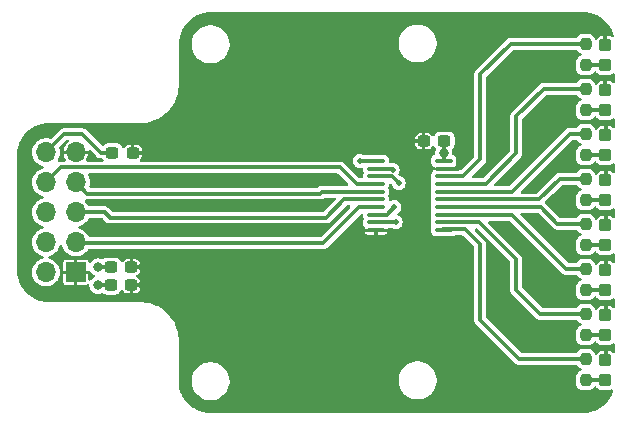
<source format=gbr>
%TF.GenerationSoftware,KiCad,Pcbnew,8.0.4*%
%TF.CreationDate,2024-07-26T08:44:17-07:00*%
%TF.ProjectId,GOLD,474f4c44-2e6b-4696-9361-645f70636258,0*%
%TF.SameCoordinates,Original*%
%TF.FileFunction,Copper,L1,Top*%
%TF.FilePolarity,Positive*%
%FSLAX46Y46*%
G04 Gerber Fmt 4.6, Leading zero omitted, Abs format (unit mm)*
G04 Created by KiCad (PCBNEW 8.0.4) date 2024-07-26 08:44:17*
%MOMM*%
%LPD*%
G01*
G04 APERTURE LIST*
G04 Aperture macros list*
%AMRoundRect*
0 Rectangle with rounded corners*
0 $1 Rounding radius*
0 $2 $3 $4 $5 $6 $7 $8 $9 X,Y pos of 4 corners*
0 Add a 4 corners polygon primitive as box body*
4,1,4,$2,$3,$4,$5,$6,$7,$8,$9,$2,$3,0*
0 Add four circle primitives for the rounded corners*
1,1,$1+$1,$2,$3*
1,1,$1+$1,$4,$5*
1,1,$1+$1,$6,$7*
1,1,$1+$1,$8,$9*
0 Add four rect primitives between the rounded corners*
20,1,$1+$1,$2,$3,$4,$5,0*
20,1,$1+$1,$4,$5,$6,$7,0*
20,1,$1+$1,$6,$7,$8,$9,0*
20,1,$1+$1,$8,$9,$2,$3,0*%
G04 Aperture macros list end*
%TA.AperFunction,SMDPad,CuDef*%
%ADD10RoundRect,0.237500X-0.237500X0.250000X-0.237500X-0.250000X0.237500X-0.250000X0.237500X0.250000X0*%
%TD*%
%TA.AperFunction,SMDPad,CuDef*%
%ADD11RoundRect,0.237500X-0.300000X-0.237500X0.300000X-0.237500X0.300000X0.237500X-0.300000X0.237500X0*%
%TD*%
%TA.AperFunction,SMDPad,CuDef*%
%ADD12RoundRect,0.237500X0.300000X0.237500X-0.300000X0.237500X-0.300000X-0.237500X0.300000X-0.237500X0*%
%TD*%
%TA.AperFunction,SMDPad,CuDef*%
%ADD13RoundRect,0.250000X-0.250000X0.300000X-0.250000X-0.300000X0.250000X-0.300000X0.250000X0.300000X0*%
%TD*%
%TA.AperFunction,SMDPad,CuDef*%
%ADD14RoundRect,0.100000X-0.637500X-0.100000X0.637500X-0.100000X0.637500X0.100000X-0.637500X0.100000X0*%
%TD*%
%TA.AperFunction,ComponentPad*%
%ADD15R,1.700000X1.700000*%
%TD*%
%TA.AperFunction,ComponentPad*%
%ADD16O,1.700000X1.700000*%
%TD*%
%TA.AperFunction,ViaPad*%
%ADD17C,0.800000*%
%TD*%
%TA.AperFunction,ViaPad*%
%ADD18C,0.500000*%
%TD*%
%TA.AperFunction,ViaPad*%
%ADD19C,0.350000*%
%TD*%
%TA.AperFunction,Conductor*%
%ADD20C,0.304800*%
%TD*%
%TA.AperFunction,Conductor*%
%ADD21C,0.330200*%
%TD*%
G04 APERTURE END LIST*
D10*
%TO.P,R4,1*%
%TO.N,/LED_GPIO1*%
X31757519Y13320820D03*
%TO.P,R4,2*%
%TO.N,Net-(D4-Pad2)*%
X31757519Y11495820D03*
%TD*%
D11*
%TO.P,C1,1*%
%TO.N,+3.3V*%
X-8424181Y8128000D03*
%TO.P,C1,2*%
%TO.N,GND*%
X-6699181Y8128000D03*
%TD*%
D12*
%TO.P,C4,1*%
%TO.N,+3.3V*%
X19799169Y20320000D03*
%TO.P,C4,2*%
%TO.N,GND*%
X18074169Y20320000D03*
%TD*%
D13*
%TO.P,D1,1*%
%TO.N,GND*%
X33428839Y1815620D03*
%TO.P,D1,2*%
%TO.N,Net-(D1-Pad2)*%
X33428839Y115620D03*
%TD*%
%TO.P,D3,1*%
%TO.N,GND*%
X33428839Y9435620D03*
%TO.P,D3,2*%
%TO.N,Net-(D3-Pad2)*%
X33428839Y7735620D03*
%TD*%
D10*
%TO.P,R1,1*%
%TO.N,/LED_5V0_PWR*%
X31757519Y1890820D03*
%TO.P,R1,2*%
%TO.N,Net-(D1-Pad2)*%
X31757519Y65820D03*
%TD*%
D11*
%TO.P,C2,1*%
%TO.N,+3.3V*%
X-8424181Y9652000D03*
%TO.P,C2,2*%
%TO.N,GND*%
X-6699181Y9652000D03*
%TD*%
%TO.P,C3,1*%
%TO.N,+5V*%
X-8297181Y19341679D03*
%TO.P,C3,2*%
%TO.N,GND*%
X-6572181Y19341679D03*
%TD*%
D14*
%TO.P,U1,1,DIR*%
%TO.N,+3.3V*%
X14017169Y18632000D03*
%TO.P,U1,2,A1*%
%TO.N,/GPIO5*%
X14017169Y17982000D03*
%TO.P,U1,3,A2*%
%TO.N,/GPIO4*%
X14017169Y17332000D03*
%TO.P,U1,4,A3*%
%TO.N,/GPIO3*%
X14017169Y16682000D03*
%TO.P,U1,5,A4*%
%TO.N,/GPIO2*%
X14017169Y16032000D03*
%TO.P,U1,6,A5*%
%TO.N,/GPIO1*%
X14017169Y15382000D03*
%TO.P,U1,7,A6*%
%TO.N,/GPIO0*%
X14017169Y14732000D03*
%TO.P,U1,8,A7*%
%TO.N,+3.3V*%
X14017169Y14082000D03*
%TO.P,U1,9,A8*%
%TO.N,+5V*%
X14017169Y13432000D03*
%TO.P,U1,10,GND*%
%TO.N,GND*%
X14017169Y12782000D03*
%TO.P,U1,11,B8*%
%TO.N,/LED_5V0_PWR*%
X19742169Y12782000D03*
%TO.P,U1,12,B7*%
%TO.N,/LED_3V3_PWR*%
X19742169Y13432000D03*
%TO.P,U1,13,B6*%
%TO.N,/LED_GPIO0*%
X19742169Y14082000D03*
%TO.P,U1,14,B5*%
%TO.N,/LED_GPIO1*%
X19742169Y14732000D03*
%TO.P,U1,15,B4*%
%TO.N,/LED_GPIO2*%
X19742169Y15382000D03*
%TO.P,U1,16,B3*%
%TO.N,/LED_GPIO3*%
X19742169Y16032000D03*
%TO.P,U1,17,B2*%
%TO.N,/LED_GPIO4*%
X19742169Y16682000D03*
%TO.P,U1,18,B1*%
%TO.N,/LED_GPIO5*%
X19742169Y17332000D03*
%TO.P,U1,19,OE*%
%TO.N,GND*%
X19742169Y17982000D03*
%TO.P,U1,20,Vcc*%
%TO.N,+3.3V*%
X19742169Y18632000D03*
%TD*%
D10*
%TO.P,R5,1*%
%TO.N,/LED_GPIO2*%
X31757519Y17130820D03*
%TO.P,R5,2*%
%TO.N,Net-(D5-Pad2)*%
X31757519Y15305820D03*
%TD*%
D13*
%TO.P,D7,1*%
%TO.N,GND*%
X33428839Y24675620D03*
%TO.P,D7,2*%
%TO.N,Net-(D7-Pad2)*%
X33428839Y22975620D03*
%TD*%
D10*
%TO.P,R3,1*%
%TO.N,/LED_GPIO0*%
X31757519Y9510820D03*
%TO.P,R3,2*%
%TO.N,Net-(D3-Pad2)*%
X31757519Y7685820D03*
%TD*%
%TO.P,R8,1*%
%TO.N,/LED_GPIO5*%
X31757519Y28560820D03*
%TO.P,R8,2*%
%TO.N,Net-(D8-Pad2)*%
X31757519Y26735820D03*
%TD*%
D13*
%TO.P,D5,1*%
%TO.N,GND*%
X33428839Y17055620D03*
%TO.P,D5,2*%
%TO.N,Net-(D5-Pad2)*%
X33428839Y15355620D03*
%TD*%
%TO.P,D2,1*%
%TO.N,GND*%
X33428839Y5625620D03*
%TO.P,D2,2*%
%TO.N,Net-(D2-Pad2)*%
X33428839Y3925620D03*
%TD*%
D10*
%TO.P,R6,1*%
%TO.N,/LED_GPIO3*%
X31757519Y20940820D03*
%TO.P,R6,2*%
%TO.N,Net-(D6-Pad2)*%
X31757519Y19115820D03*
%TD*%
D13*
%TO.P,D8,1*%
%TO.N,GND*%
X33428839Y28485620D03*
%TO.P,D8,2*%
%TO.N,Net-(D8-Pad2)*%
X33428839Y26785620D03*
%TD*%
%TO.P,D4,1*%
%TO.N,GND*%
X33428839Y13245620D03*
%TO.P,D4,2*%
%TO.N,Net-(D4-Pad2)*%
X33428839Y11545620D03*
%TD*%
D10*
%TO.P,R7,1*%
%TO.N,/LED_GPIO4*%
X31757519Y24750820D03*
%TO.P,R7,2*%
%TO.N,Net-(D7-Pad2)*%
X31757519Y22925820D03*
%TD*%
D13*
%TO.P,D6,1*%
%TO.N,GND*%
X33428839Y20865620D03*
%TO.P,D6,2*%
%TO.N,Net-(D6-Pad2)*%
X33428839Y19165620D03*
%TD*%
D10*
%TO.P,R2,1*%
%TO.N,/LED_3V3_PWR*%
X31757519Y5700820D03*
%TO.P,R2,2*%
%TO.N,Net-(D2-Pad2)*%
X31757519Y3875820D03*
%TD*%
D15*
%TO.P,J1,1,Pin_1*%
%TO.N,GND*%
X-11391681Y9211679D03*
D16*
%TO.P,J1,2,Pin_2*%
%TO.N,+3.3V*%
X-13931681Y9211679D03*
%TO.P,J1,3,Pin_3*%
%TO.N,/GPIO0*%
X-11391681Y11751679D03*
%TO.P,J1,4,Pin_4*%
%TO.N,/GPIO5*%
X-13931681Y11751679D03*
%TO.P,J1,5,Pin_5*%
%TO.N,/GPIO1*%
X-11391681Y14291679D03*
%TO.P,J1,6,Pin_6*%
%TO.N,/GPIO4*%
X-13931681Y14291679D03*
%TO.P,J1,7,Pin_7*%
%TO.N,/GPIO2*%
X-11391681Y16831679D03*
%TO.P,J1,8,Pin_8*%
%TO.N,/GPIO3*%
X-13931681Y16831679D03*
%TO.P,J1,9,Pin_9*%
%TO.N,GND*%
X-11391681Y19371679D03*
%TO.P,J1,10,Pin_10*%
%TO.N,+5V*%
X-13931681Y19371679D03*
%TD*%
D17*
%TO.N,+3.3V*%
X19749869Y19304000D03*
X-9517481Y9652000D03*
D18*
X12656719Y18643600D03*
D17*
X-9517481Y8128000D03*
D18*
X15577719Y14732000D03*
D19*
%TO.N,GND*%
X-6850481Y14732000D03*
X17533519Y17399000D03*
D18*
X33408519Y25578641D03*
D19*
X8897519Y14859000D03*
D17*
X13977519Y11811000D03*
D18*
X33484719Y14148641D03*
X33484719Y17958641D03*
X33484719Y21768641D03*
X33408519Y29388641D03*
X20962519Y18034000D03*
D19*
X8897519Y12827000D03*
D18*
X33484719Y6528641D03*
D17*
X-5707481Y8128000D03*
D18*
X33484719Y2718641D03*
D17*
X-5707481Y9652000D03*
D19*
X8897519Y17145000D03*
D17*
X-5453481Y19304000D03*
X16955869Y20320000D03*
D19*
X-6850481Y12700000D03*
X17152519Y14224000D03*
X-6850481Y17145000D03*
D18*
X33484719Y10338641D03*
%TO.N,+5V*%
X15685869Y13462000D03*
%TO.N,/GPIO4*%
X15939869Y16764000D03*
%TO.N,/GPIO5*%
X15431869Y17907000D03*
%TD*%
D20*
%TO.N,+3.3V*%
X19799169Y19353300D02*
X19749869Y19304000D01*
X19799169Y20320000D02*
X19799169Y19353300D01*
X12668319Y18632000D02*
X12656719Y18643600D01*
X19742169Y19296300D02*
X19749869Y19304000D01*
X14017169Y14082000D02*
X14927719Y14082000D01*
X19742169Y18632000D02*
X19742169Y19296300D01*
X-8424181Y8128000D02*
X-9517481Y8128000D01*
X-8424181Y9652000D02*
X-9517481Y9652000D01*
X14927719Y14082000D02*
X15577719Y14732000D01*
X14017169Y18632000D02*
X12668319Y18632000D01*
%TO.N,GND*%
X33484719Y10338641D02*
X33484719Y9491500D01*
X33428839Y29368321D02*
X33408519Y29388641D01*
X14017169Y12782000D02*
X14017169Y11850650D01*
X33408519Y25578641D02*
X33408519Y24695940D01*
X33484719Y2718641D02*
X33484719Y1871500D01*
X-5491160Y19341679D02*
X-5453481Y19304000D01*
X-6699181Y9652000D02*
X-5707481Y9652000D01*
X33484719Y17958641D02*
X33484719Y17111500D01*
X33484719Y9491500D02*
X33428839Y9435620D01*
X-6699181Y8128000D02*
X-5707481Y8128000D01*
X33484719Y13301500D02*
X33428839Y13245620D01*
X33484719Y20921500D02*
X33428839Y20865620D01*
X14017169Y11850650D02*
X13977519Y11811000D01*
X33484719Y6528641D02*
X33484719Y5681500D01*
X33484719Y5681500D02*
X33428839Y5625620D01*
X-6572181Y19341679D02*
X-5491160Y19341679D01*
X33408519Y24695940D02*
X33428839Y24675620D01*
X20910519Y17982000D02*
X20962519Y18034000D01*
X33484719Y1871500D02*
X33428839Y1815620D01*
X-11361681Y19341679D02*
X-11391681Y19371679D01*
X33428839Y28485620D02*
X33428839Y29368321D01*
X33484719Y28541500D02*
X33428839Y28485620D01*
X33484719Y17111500D02*
X33428839Y17055620D01*
X18074169Y20320000D02*
X16955869Y20320000D01*
X33484719Y21768641D02*
X33484719Y20921500D01*
X33484719Y14148641D02*
X33484719Y13301500D01*
X33484719Y24731500D02*
X33428839Y24675620D01*
X19742169Y17982000D02*
X20910519Y17982000D01*
D21*
%TO.N,Net-(D1-Pad2)*%
X33379039Y65820D02*
X33428839Y115620D01*
X31757519Y65820D02*
X33379039Y65820D01*
%TO.N,Net-(D2-Pad2)*%
X33379039Y3875820D02*
X33428839Y3925620D01*
X31757519Y3875820D02*
X33379039Y3875820D01*
%TO.N,Net-(D3-Pad2)*%
X31757519Y7685820D02*
X33379039Y7685820D01*
X33379039Y7685820D02*
X33428839Y7735620D01*
%TO.N,Net-(D4-Pad2)*%
X31757519Y11495820D02*
X33379039Y11495820D01*
X33379039Y11495820D02*
X33428839Y11545620D01*
%TO.N,Net-(D5-Pad2)*%
X33379039Y15305820D02*
X33428839Y15355620D01*
X31757519Y15305820D02*
X33379039Y15305820D01*
%TO.N,Net-(D6-Pad2)*%
X33379039Y19115820D02*
X33428839Y19165620D01*
X31757519Y19115820D02*
X33379039Y19115820D01*
%TO.N,Net-(D7-Pad2)*%
X31757519Y22925820D02*
X33379039Y22925820D01*
X33379039Y22925820D02*
X33428839Y22975620D01*
%TO.N,Net-(D8-Pad2)*%
X33379039Y26735820D02*
X33428839Y26785620D01*
X31757519Y26735820D02*
X33379039Y26735820D01*
D20*
%TO.N,+5V*%
X14047169Y13462000D02*
X14017169Y13432000D01*
X-10863681Y20929600D02*
X-12373760Y20929600D01*
X-9275760Y19341679D02*
X-10863681Y20929600D01*
X15685869Y13462000D02*
X14047169Y13462000D01*
X-12373760Y20929600D02*
X-13931681Y19371679D01*
X-8297181Y19341679D02*
X-9275760Y19341679D01*
D21*
%TO.N,/GPIO4*%
X14017169Y17332000D02*
X15371869Y17332000D01*
X15371869Y17332000D02*
X15939869Y16764000D01*
%TO.N,/GPIO3*%
X-12678560Y18084800D02*
X11005719Y18084800D01*
X11005719Y18084800D02*
X12408519Y16682000D01*
X-13931681Y16831679D02*
X-12678560Y18084800D01*
X13336465Y16682000D02*
X14017169Y16682000D01*
X12408519Y16682000D02*
X14017169Y16682000D01*
%TO.N,/GPIO2*%
X-10435002Y15875000D02*
X9278519Y15875000D01*
X-11391681Y16831679D02*
X-10435002Y15875000D01*
X9435519Y16032000D02*
X14017169Y16032000D01*
X9278519Y15875000D02*
X9435519Y16032000D01*
%TO.N,/GPIO5*%
X14017169Y17982000D02*
X15356869Y17982000D01*
X15356869Y17982000D02*
X15431869Y17907000D01*
%TO.N,/GPIO0*%
X12580519Y14732000D02*
X14017169Y14732000D01*
X-11324002Y11684000D02*
X9532519Y11684000D01*
X-11391681Y11751679D02*
X-11324002Y11684000D01*
X9532519Y11684000D02*
X12580519Y14732000D01*
%TO.N,/GPIO1*%
X9786519Y13843000D02*
X11325519Y15382000D01*
X-11391681Y14291679D02*
X-8950160Y14291679D01*
X-8501481Y13843000D02*
X9786519Y13843000D01*
X-8950160Y14291679D02*
X-8501481Y13843000D01*
X11325519Y15382000D02*
X14017169Y15382000D01*
%TO.N,/LED_5V0_PWR*%
X22842119Y11582400D02*
X22842119Y5131641D01*
X22842119Y5131641D02*
X26082940Y1890820D01*
X21590878Y12833641D02*
X22842119Y11582400D01*
X19712119Y12833641D02*
X21590878Y12833641D01*
X26082940Y1890820D02*
X31757519Y1890820D01*
%TO.N,/LED_3V3_PWR*%
X25890119Y7671641D02*
X27860940Y5700820D01*
X22770519Y13432000D02*
X25890119Y10312400D01*
X19742169Y13432000D02*
X22770519Y13432000D01*
X25890119Y10312400D02*
X25890119Y7671641D01*
X27860940Y5700820D02*
X31757519Y5700820D01*
%TO.N,/LED_GPIO0*%
X19742169Y14082000D02*
X25499139Y14082000D01*
X30070319Y9510820D02*
X31757519Y9510820D01*
X25499139Y14082000D02*
X30070319Y9510820D01*
%TO.N,/LED_GPIO1*%
X27947519Y14732000D02*
X29358699Y13320820D01*
X19742169Y14732000D02*
X27947519Y14732000D01*
X29358699Y13320820D02*
X31757519Y13320820D01*
%TO.N,/LED_GPIO2*%
X27835519Y15382000D02*
X29584339Y17130820D01*
X29584339Y17130820D02*
X31757519Y17130820D01*
X19742169Y15382000D02*
X27835519Y15382000D01*
%TO.N,/LED_GPIO3*%
X30434819Y20940820D02*
X31757519Y20940820D01*
X25525999Y16032000D02*
X30434819Y20940820D01*
X19742169Y16032000D02*
X25525999Y16032000D01*
%TO.N,/LED_GPIO4*%
X25890119Y22403641D02*
X28237298Y24750820D01*
X28237298Y24750820D02*
X31401919Y24750820D01*
X25890119Y19278600D02*
X25890119Y22403641D01*
X19742169Y16682000D02*
X23293519Y16682000D01*
X23293519Y16682000D02*
X25890119Y19278600D01*
%TO.N,/LED_GPIO5*%
X25443298Y28560820D02*
X31401919Y28560820D01*
X19742169Y17332000D02*
X21403519Y17332000D01*
X22842119Y25959641D02*
X25443298Y28560820D01*
X22842119Y18770600D02*
X22842119Y25959641D01*
X21403519Y17332000D02*
X22842119Y18770600D01*
%TD*%
%TA.AperFunction,Conductor*%
%TO.N,GND*%
G36*
X-10221951Y9351046D02*
G01*
X-10165115Y9308500D01*
X-10159294Y9300025D01*
X-10092380Y9193533D01*
X-10092377Y9193529D01*
X-9975952Y9077104D01*
X-9975950Y9077103D01*
X-9975948Y9077101D01*
X-9964384Y9069835D01*
X-9847971Y8996687D01*
X-9800934Y8943508D01*
X-9790114Y8873340D01*
X-9818947Y8808462D01*
X-9847971Y8783313D01*
X-9975952Y8702897D01*
X-10092377Y8586472D01*
X-10092380Y8586468D01*
X-10105795Y8565118D01*
X-10158975Y8518081D01*
X-10229142Y8507262D01*
X-10294020Y8536097D01*
X-10333009Y8595429D01*
X-10338481Y8632156D01*
X-10338481Y9084679D01*
X-10908073Y9084679D01*
X-10891681Y9145853D01*
X-10891681Y9277505D01*
X-10908073Y9338679D01*
X-10324686Y9338679D01*
X-10292767Y9356109D01*
X-10221951Y9351046D01*
G37*
%TD.AperFunction*%
%TA.AperFunction,Conductor*%
G36*
X11797482Y14866198D02*
G01*
X11843975Y14812542D01*
X11854079Y14742268D01*
X11824585Y14677688D01*
X11818456Y14671105D01*
X9364056Y12216705D01*
X9301744Y12182679D01*
X9274961Y12179800D01*
X-10207867Y12179800D01*
X-10275988Y12199802D01*
X-10320657Y12249637D01*
X-10383528Y12375898D01*
X-10383531Y12375903D01*
X-10515394Y12550519D01*
X-10677101Y12697934D01*
X-10863137Y12813123D01*
X-10863141Y12813125D01*
X-10863143Y12813126D01*
X-11025874Y12876168D01*
X-11067182Y12892171D01*
X-11073679Y12893386D01*
X-11097430Y12897826D01*
X-11160712Y12930003D01*
X-11196554Y12991288D01*
X-11193573Y13062222D01*
X-11152715Y13120284D01*
X-11097430Y13145533D01*
X-11067183Y13151187D01*
X-10863143Y13230232D01*
X-10677102Y13345424D01*
X-10515395Y13492839D01*
X-10383529Y13667458D01*
X-10354358Y13726043D01*
X-10306089Y13778105D01*
X-10241567Y13795879D01*
X-9207718Y13795879D01*
X-9139597Y13775877D01*
X-9118628Y13758979D01*
X-8805910Y13446261D01*
X-8749384Y13413627D01*
X-8749382Y13413625D01*
X-8702124Y13386341D01*
X-8692853Y13380988D01*
X-8692849Y13380987D01*
X-8645871Y13368399D01*
X-8645870Y13368399D01*
X-8566755Y13347200D01*
X-8566754Y13347200D01*
X-8566753Y13347200D01*
X9851791Y13347200D01*
X9851793Y13347200D01*
X9930908Y13368399D01*
X9977891Y13380988D01*
X10034419Y13413625D01*
X10090948Y13446261D01*
X11493982Y14849297D01*
X11556293Y14883320D01*
X11583076Y14886200D01*
X11729361Y14886200D01*
X11797482Y14866198D01*
G37*
%TD.AperFunction*%
%TA.AperFunction,Conductor*%
G36*
X10542483Y15516198D02*
G01*
X10588976Y15462542D01*
X10599080Y15392268D01*
X10569586Y15327688D01*
X10563472Y15321122D01*
X9618053Y14375703D01*
X9555744Y14341679D01*
X9528961Y14338800D01*
X-8243923Y14338800D01*
X-8312044Y14358802D01*
X-8333014Y14375701D01*
X-8645731Y14688418D01*
X-8721218Y14732000D01*
X-8721219Y14732001D01*
X-8758785Y14753690D01*
X-8758787Y14753691D01*
X-8821839Y14770586D01*
X-8821840Y14770586D01*
X-8884883Y14787479D01*
X-8884886Y14787479D01*
X-8884887Y14787479D01*
X-10241567Y14787479D01*
X-10309688Y14807481D01*
X-10354358Y14857316D01*
X-10383529Y14915900D01*
X-10515395Y15090519D01*
X-10515397Y15090522D01*
X-10591704Y15160085D01*
X-10628571Y15220759D01*
X-10626782Y15291733D01*
X-10586906Y15350473D01*
X-10521603Y15378330D01*
X-10506819Y15379200D01*
X9343792Y15379200D01*
X9343793Y15379200D01*
X9406841Y15396094D01*
X9406843Y15396094D01*
X9456562Y15409417D01*
X9469891Y15412988D01*
X9529276Y15447274D01*
X9582948Y15478261D01*
X9582955Y15478268D01*
X9603983Y15499295D01*
X9666295Y15533321D01*
X9693078Y15536200D01*
X10474362Y15536200D01*
X10542483Y15516198D01*
G37*
%TD.AperFunction*%
%TA.AperFunction,Conductor*%
G36*
X10816282Y17568998D02*
G01*
X10837251Y17552101D01*
X11646458Y16742894D01*
X11680482Y16680583D01*
X11675418Y16609768D01*
X11632871Y16552932D01*
X11566351Y16528121D01*
X11557362Y16527800D01*
X9500793Y16527800D01*
X9370246Y16527800D01*
X9244148Y16494013D01*
X9244146Y16494012D01*
X9244143Y16494011D01*
X9131094Y16428742D01*
X9131084Y16428734D01*
X9110056Y16407705D01*
X9047744Y16373679D01*
X9020961Y16370800D01*
X-10128401Y16370800D01*
X-10196522Y16390802D01*
X-10243015Y16444458D01*
X-10253119Y16514732D01*
X-10249591Y16531282D01*
X-10246693Y16541466D01*
X-10226113Y16613797D01*
X-10205923Y16831679D01*
X-10206128Y16833886D01*
X-10224159Y17028474D01*
X-10226113Y17049561D01*
X-10285995Y17260024D01*
X-10359099Y17406838D01*
X-10371557Y17476732D01*
X-10344250Y17542267D01*
X-10285847Y17582636D01*
X-10246308Y17589000D01*
X10748161Y17589000D01*
X10816282Y17568998D01*
G37*
%TD.AperFunction*%
%TA.AperFunction,Conductor*%
G36*
X-12026202Y20426498D02*
G01*
X-11979709Y20372842D01*
X-11969605Y20302568D01*
X-11999099Y20237988D01*
X-12014389Y20223101D01*
X-12140010Y20120007D01*
X-12271622Y19959638D01*
X-12369419Y19776672D01*
X-12429644Y19578135D01*
X-12437469Y19498680D01*
X-12437468Y19498679D01*
X-11875289Y19498679D01*
X-11891681Y19437505D01*
X-11891681Y19305853D01*
X-11875289Y19244679D01*
X-12437468Y19244679D01*
X-12429644Y19165224D01*
X-12369419Y18966687D01*
X-12271621Y18783718D01*
X-12268182Y18778572D01*
X-12270024Y18777342D01*
X-12246175Y18721172D01*
X-12258165Y18651195D01*
X-12306084Y18598809D01*
X-12371330Y18580600D01*
X-12743838Y18580600D01*
X-12777080Y18571692D01*
X-12848056Y18573381D01*
X-12906852Y18613174D01*
X-12934801Y18678438D01*
X-12923028Y18748452D01*
X-12922571Y18749383D01*
X-12825995Y18943334D01*
X-12766113Y19153797D01*
X-12750884Y19318138D01*
X-12745923Y19371675D01*
X-12745923Y19371684D01*
X-12760196Y19525711D01*
X-12766113Y19589561D01*
X-12804433Y19724242D01*
X-12803837Y19795233D01*
X-12772340Y19847815D01*
X-12210557Y20409596D01*
X-12148245Y20443621D01*
X-12121462Y20446500D01*
X-12094323Y20446500D01*
X-12026202Y20426498D01*
G37*
%TD.AperFunction*%
%TA.AperFunction,Conductor*%
G36*
X-10193908Y19556690D02*
G01*
X-10142999Y19525711D01*
X-9662337Y19045049D01*
X-9662336Y19045048D01*
X-9572391Y18955103D01*
X-9572390Y18955102D01*
X-9572388Y18955101D01*
X-9494957Y18910396D01*
X-9462230Y18891501D01*
X-9339361Y18858579D01*
X-9187063Y18858579D01*
X-9118942Y18838577D01*
X-9087102Y18809284D01*
X-9067167Y18783305D01*
X-9041565Y18717086D01*
X-9055829Y18647537D01*
X-9105429Y18596740D01*
X-9167128Y18580600D01*
X-10412032Y18580600D01*
X-10480153Y18600602D01*
X-10526646Y18654258D01*
X-10536750Y18724532D01*
X-10513452Y18777417D01*
X-10515180Y18778572D01*
X-10511742Y18783718D01*
X-10413944Y18966687D01*
X-10353719Y19165224D01*
X-10345894Y19244679D01*
X-10908073Y19244679D01*
X-10891681Y19305853D01*
X-10891681Y19437505D01*
X-10908073Y19498679D01*
X-10345895Y19498679D01*
X-10325455Y19521232D01*
X-10264887Y19558274D01*
X-10193908Y19556690D01*
G37*
%TD.AperFunction*%
%TA.AperFunction,Conductor*%
G36*
X31555044Y31222663D02*
G01*
X31846703Y31206283D01*
X31860739Y31204702D01*
X32145244Y31156362D01*
X32159002Y31153222D01*
X32436309Y31073331D01*
X32449640Y31068666D01*
X32716249Y30958232D01*
X32728979Y30952101D01*
X32981548Y30812512D01*
X32993498Y30805003D01*
X33215277Y30647641D01*
X33228854Y30638008D01*
X33239901Y30629198D01*
X33455069Y30436910D01*
X33465051Y30426929D01*
X33657359Y30211735D01*
X33666150Y30200711D01*
X33801249Y30010306D01*
X33833148Y29965349D01*
X33840665Y29953385D01*
X33980247Y29700827D01*
X33986378Y29688097D01*
X34096810Y29421488D01*
X34101477Y29408151D01*
X34134535Y29293403D01*
X34134172Y29222407D01*
X34095484Y29162878D01*
X34030754Y29133715D01*
X33960533Y29144177D01*
X33938638Y29157142D01*
X33892993Y29190829D01*
X33892991Y29190830D01*
X33764048Y29235949D01*
X33764050Y29235949D01*
X33733431Y29238820D01*
X33555839Y29238820D01*
X33555839Y28484620D01*
X33535837Y28416499D01*
X33482181Y28370006D01*
X33429839Y28358620D01*
X33427839Y28358620D01*
X33359718Y28378622D01*
X33313225Y28432278D01*
X33301839Y28484620D01*
X33301839Y29238820D01*
X33124246Y29238820D01*
X33093628Y29235949D01*
X32964686Y29190830D01*
X32964683Y29190829D01*
X32854759Y29109700D01*
X32773630Y28999776D01*
X32773630Y28999775D01*
X32771893Y28994810D01*
X32730512Y28937120D01*
X32664511Y28910960D01*
X32594844Y28924636D01*
X32543630Y28973805D01*
X32536556Y28988213D01*
X32491342Y29097371D01*
X32400264Y29216066D01*
X32281569Y29307144D01*
X32143349Y29364395D01*
X32032263Y29379020D01*
X32032261Y29379020D01*
X31482777Y29379020D01*
X31482774Y29379020D01*
X31371688Y29364395D01*
X31233468Y29307144D01*
X31114773Y29216066D01*
X31030253Y29105916D01*
X30972915Y29064049D01*
X30930291Y29056620D01*
X25508572Y29056620D01*
X25378025Y29056620D01*
X25251927Y29022833D01*
X25251925Y29022832D01*
X25251922Y29022831D01*
X25138873Y28957562D01*
X25138863Y28957554D01*
X22445386Y26264078D01*
X22445378Y26264068D01*
X22431495Y26240020D01*
X22380108Y26151018D01*
X22346319Y26024913D01*
X22346319Y19028158D01*
X22326317Y18960037D01*
X22309414Y18939063D01*
X21235056Y17864705D01*
X21172744Y17830679D01*
X21145961Y17827800D01*
X20762260Y17827800D01*
X20694139Y17847802D01*
X20685207Y17855000D01*
X20496265Y17855000D01*
X20468449Y17859728D01*
X20468145Y17858335D01*
X20465553Y17858901D01*
X20462056Y17860814D01*
X20454641Y17862074D01*
X20453401Y17862508D01*
X20454294Y17865061D01*
X20403267Y17892975D01*
X20369291Y17955314D01*
X20374412Y18026126D01*
X20417004Y18082928D01*
X20453987Y18099818D01*
X20453401Y18101492D01*
X20454641Y18101926D01*
X20460954Y18102999D01*
X20465553Y18105099D01*
X20468145Y18105665D01*
X20468449Y18104273D01*
X20496265Y18109000D01*
X20682869Y18109000D01*
X20682869Y18127273D01*
X20682868Y18127276D01*
X20679548Y18155897D01*
X20691565Y18225869D01*
X20703324Y18245234D01*
X20764759Y18328474D01*
X20807641Y18451023D01*
X20810369Y18480116D01*
X20810369Y18783884D01*
X20807641Y18812977D01*
X20764759Y18935526D01*
X20764758Y18935528D01*
X20687660Y19039992D01*
X20583198Y19117088D01*
X20583197Y19117089D01*
X20583195Y19117090D01*
X20581289Y19117757D01*
X20563489Y19123986D01*
X20505798Y19165366D01*
X20479637Y19231367D01*
X20479898Y19257016D01*
X20485193Y19304000D01*
X20466757Y19467625D01*
X20447016Y19524039D01*
X20443397Y19594940D01*
X20478686Y19656546D01*
X20489226Y19665602D01*
X20504414Y19677255D01*
X20595491Y19795948D01*
X20652744Y19934170D01*
X20667369Y20045258D01*
X20667369Y20594742D01*
X20652744Y20705830D01*
X20624117Y20774941D01*
X20595492Y20844051D01*
X20504414Y20962746D01*
X20385719Y21053824D01*
X20247499Y21111075D01*
X20136413Y21125700D01*
X20136411Y21125700D01*
X19461927Y21125700D01*
X19461924Y21125700D01*
X19350838Y21111075D01*
X19212618Y21053824D01*
X19093923Y20962746D01*
X19002847Y20844054D01*
X18983070Y20796307D01*
X18938521Y20741027D01*
X18871158Y20718606D01*
X18802366Y20736165D01*
X18765281Y20769705D01*
X18689310Y20872642D01*
X18582416Y20951533D01*
X18457031Y20995407D01*
X18457026Y20995408D01*
X18427255Y20998200D01*
X18201169Y20998200D01*
X18201169Y19641800D01*
X18427250Y19641800D01*
X18427255Y19641801D01*
X18457026Y19644593D01*
X18457031Y19644594D01*
X18582416Y19688468D01*
X18689310Y19767359D01*
X18765281Y19870296D01*
X18821826Y19913228D01*
X18892605Y19918775D01*
X18955148Y19885175D01*
X18983070Y19843693D01*
X19002846Y19795948D01*
X19060985Y19720181D01*
X19086586Y19653961D01*
X19079952Y19601862D01*
X19033125Y19468037D01*
X19032981Y19467625D01*
X19025707Y19403065D01*
X19014545Y19304000D01*
X19019254Y19262206D01*
X19007004Y19192274D01*
X18958891Y19140066D01*
X18935663Y19129170D01*
X18901145Y19117092D01*
X18901141Y19117090D01*
X18796677Y19039992D01*
X18719579Y18935528D01*
X18719576Y18935521D01*
X18676697Y18812981D01*
X18673969Y18783886D01*
X18673969Y18480115D01*
X18676697Y18451020D01*
X18719576Y18328480D01*
X18719579Y18328473D01*
X18781009Y18245239D01*
X18805367Y18178552D01*
X18804790Y18155896D01*
X18801469Y18127276D01*
X18801469Y18109000D01*
X18988073Y18109000D01*
X19015898Y18104271D01*
X19016203Y18105663D01*
X19018794Y18105097D01*
X19022288Y18103186D01*
X19029697Y18101926D01*
X19030937Y18101492D01*
X19030044Y18098942D01*
X19081077Y18071018D01*
X19115048Y18008676D01*
X19109921Y17937865D01*
X19067325Y17881066D01*
X19030351Y17864182D01*
X19030937Y17862508D01*
X19029697Y17862074D01*
X19023390Y17861003D01*
X19018794Y17858903D01*
X19016203Y17858337D01*
X19015898Y17859730D01*
X18988073Y17855000D01*
X18801469Y17855000D01*
X18801469Y17836731D01*
X18804790Y17808102D01*
X18792770Y17738130D01*
X18781009Y17718763D01*
X18719579Y17635527D01*
X18719576Y17635521D01*
X18676697Y17512981D01*
X18673969Y17483886D01*
X18673969Y17180115D01*
X18676697Y17151020D01*
X18712530Y17048615D01*
X18716149Y16977710D01*
X18712530Y16965385D01*
X18676697Y16862981D01*
X18673969Y16833886D01*
X18673969Y16530115D01*
X18676697Y16501020D01*
X18712530Y16398615D01*
X18716149Y16327710D01*
X18712530Y16315385D01*
X18676697Y16212981D01*
X18673969Y16183886D01*
X18673969Y15880115D01*
X18676697Y15851020D01*
X18712530Y15748615D01*
X18716149Y15677710D01*
X18712530Y15665385D01*
X18676697Y15562981D01*
X18673969Y15533886D01*
X18673969Y15230115D01*
X18676697Y15201020D01*
X18712530Y15098615D01*
X18716149Y15027710D01*
X18712530Y15015385D01*
X18676697Y14912981D01*
X18673969Y14883886D01*
X18673969Y14580115D01*
X18676697Y14551020D01*
X18712530Y14448615D01*
X18716149Y14377710D01*
X18712530Y14365385D01*
X18676697Y14262981D01*
X18673969Y14233886D01*
X18673969Y13930115D01*
X18676697Y13901020D01*
X18712530Y13798615D01*
X18716149Y13727710D01*
X18712530Y13715385D01*
X18676697Y13612981D01*
X18673969Y13583886D01*
X18673969Y13280115D01*
X18676697Y13251020D01*
X18712530Y13148615D01*
X18716149Y13077710D01*
X18712530Y13065385D01*
X18676697Y12962981D01*
X18673969Y12933886D01*
X18673969Y12630115D01*
X18676697Y12601020D01*
X18719576Y12478480D01*
X18719579Y12478473D01*
X18796677Y12374009D01*
X18901141Y12296911D01*
X18901148Y12296908D01*
X19023689Y12254029D01*
X19023692Y12254028D01*
X19052785Y12251300D01*
X19052790Y12251300D01*
X20431548Y12251300D01*
X20431553Y12251300D01*
X20460646Y12254028D01*
X20583195Y12296910D01*
X20598566Y12308255D01*
X20605296Y12313221D01*
X20671983Y12337578D01*
X20680116Y12337841D01*
X21333320Y12337841D01*
X21401441Y12317839D01*
X21422415Y12300936D01*
X22309414Y11413937D01*
X22343440Y11351625D01*
X22346319Y11324842D01*
X22346319Y5066368D01*
X22363690Y5001539D01*
X22380106Y4940272D01*
X22380109Y4940265D01*
X22404946Y4897247D01*
X22404946Y4897246D01*
X22445377Y4827216D01*
X22445385Y4827206D01*
X25778506Y1494085D01*
X25778509Y1494083D01*
X25778511Y1494081D01*
X25835037Y1461447D01*
X25835039Y1461445D01*
X25882297Y1434161D01*
X25891568Y1428808D01*
X25909766Y1423932D01*
X26017666Y1395020D01*
X26017667Y1395020D01*
X30930291Y1395020D01*
X30998412Y1375018D01*
X31030253Y1345724D01*
X31114773Y1235575D01*
X31233468Y1144497D01*
X31353620Y1094729D01*
X31408902Y1050181D01*
X31431323Y982818D01*
X31413765Y914027D01*
X31361803Y865648D01*
X31353620Y861911D01*
X31233468Y812144D01*
X31114773Y721066D01*
X31023695Y602371D01*
X30966444Y464151D01*
X30951819Y353065D01*
X30951819Y-221424D01*
X30966444Y-332510D01*
X31023695Y-470730D01*
X31114773Y-589425D01*
X31233468Y-680503D01*
X31273130Y-696931D01*
X31371689Y-737755D01*
X31482777Y-752380D01*
X31482784Y-752380D01*
X32032254Y-752380D01*
X32032261Y-752380D01*
X32143349Y-737755D01*
X32281571Y-680502D01*
X32400264Y-589425D01*
X32479013Y-486796D01*
X32536349Y-444932D01*
X32607220Y-440710D01*
X32669123Y-475474D01*
X32678936Y-486799D01*
X32764678Y-598540D01*
X32885983Y-691622D01*
X32975062Y-728518D01*
X33027246Y-750133D01*
X33140777Y-765080D01*
X33140784Y-765080D01*
X33716894Y-765080D01*
X33716901Y-765080D01*
X33830432Y-750133D01*
X33940554Y-704519D01*
X34011142Y-696931D01*
X34074629Y-728711D01*
X34110856Y-789769D01*
X34109846Y-855810D01*
X34101495Y-884797D01*
X34096828Y-898134D01*
X33986395Y-1164745D01*
X33980264Y-1177475D01*
X33840676Y-1430043D01*
X33833164Y-1441999D01*
X33666173Y-1677354D01*
X33657363Y-1688401D01*
X33465079Y-1903568D01*
X33455088Y-1913560D01*
X33239913Y-2105853D01*
X33228866Y-2114663D01*
X32993512Y-2281656D01*
X32981548Y-2289173D01*
X32728986Y-2428760D01*
X32716256Y-2434891D01*
X32449650Y-2545324D01*
X32436312Y-2549991D01*
X32159015Y-2629879D01*
X32145240Y-2633023D01*
X31860743Y-2681361D01*
X31846702Y-2682943D01*
X31555418Y-2699302D01*
X31548353Y-2699500D01*
X3540Y-2699500D01*
X-3525Y-2699302D01*
X-13780Y-2698726D01*
X-295179Y-2682921D01*
X-309219Y-2681339D01*
X-593720Y-2632999D01*
X-607496Y-2629854D01*
X-884777Y-2549968D01*
X-898107Y-2545305D01*
X-1164725Y-2434867D01*
X-1177452Y-2428737D01*
X-1430020Y-2289144D01*
X-1441983Y-2281627D01*
X-1677324Y-2114641D01*
X-1688371Y-2105831D01*
X-1903538Y-1913544D01*
X-1913529Y-1903553D01*
X-2105821Y-1688376D01*
X-2114619Y-1677344D01*
X-2281614Y-1441984D01*
X-2289127Y-1430026D01*
X-2428717Y-1177451D01*
X-2434847Y-1164721D01*
X-2545273Y-898125D01*
X-2549937Y-884797D01*
X-2629828Y-607481D01*
X-2632966Y-593731D01*
X-2681305Y-309221D01*
X-2682886Y-295184D01*
X-2687028Y-221422D01*
X-2699274Y-3342D01*
X-2699469Y4473D01*
X-2699199Y48494D01*
X-2698723Y126277D01*
X-1596981Y126277D01*
X-1596981Y-126277D01*
X-1564316Y-332510D01*
X-1557471Y-375725D01*
X-1482166Y-607493D01*
X-1479429Y-615914D01*
X-1364772Y-840941D01*
X-1216325Y-1045261D01*
X-1216323Y-1045263D01*
X-1216321Y-1045266D01*
X-1037748Y-1223839D01*
X-1037745Y-1223841D01*
X-1037742Y-1223844D01*
X-833422Y-1372291D01*
X-608395Y-1486948D01*
X-368202Y-1564991D01*
X-118758Y-1604500D01*
X-118755Y-1604500D01*
X133793Y-1604500D01*
X133796Y-1604500D01*
X383240Y-1564991D01*
X623433Y-1486948D01*
X848460Y-1372291D01*
X1052780Y-1223844D01*
X1231363Y-1045261D01*
X1379810Y-840941D01*
X1494467Y-615914D01*
X1572510Y-375721D01*
X1612019Y-126277D01*
X1612019Y126277D01*
X1603840Y177918D01*
X15929019Y177918D01*
X15929019Y-74636D01*
X15968528Y-324080D01*
X15968529Y-324084D01*
X16031216Y-517017D01*
X16046571Y-564273D01*
X16161228Y-789300D01*
X16309675Y-993620D01*
X16309677Y-993622D01*
X16309679Y-993625D01*
X16488252Y-1172198D01*
X16488255Y-1172200D01*
X16488258Y-1172203D01*
X16692578Y-1320650D01*
X16917605Y-1435307D01*
X17157798Y-1513350D01*
X17407242Y-1552859D01*
X17407245Y-1552859D01*
X17659793Y-1552859D01*
X17659796Y-1552859D01*
X17909240Y-1513350D01*
X18149433Y-1435307D01*
X18374460Y-1320650D01*
X18578780Y-1172203D01*
X18757363Y-993620D01*
X18905810Y-789300D01*
X19020467Y-564273D01*
X19098510Y-324080D01*
X19138019Y-74636D01*
X19138019Y177918D01*
X19098510Y427362D01*
X19020467Y667555D01*
X18905810Y892582D01*
X18757363Y1096902D01*
X18757360Y1096905D01*
X18757358Y1096908D01*
X18578785Y1275481D01*
X18578782Y1275483D01*
X18578780Y1275485D01*
X18374460Y1423932D01*
X18149433Y1538589D01*
X18149430Y1538590D01*
X18149428Y1538591D01*
X17909244Y1616631D01*
X17909242Y1616632D01*
X17909240Y1616632D01*
X17659796Y1656141D01*
X17407242Y1656141D01*
X17157798Y1616632D01*
X17157796Y1616632D01*
X17157793Y1616631D01*
X16917609Y1538591D01*
X16917603Y1538588D01*
X16692574Y1423930D01*
X16488255Y1275483D01*
X16488252Y1275481D01*
X16309679Y1096908D01*
X16309677Y1096905D01*
X16161230Y892586D01*
X16046572Y667557D01*
X16046569Y667551D01*
X15968529Y427367D01*
X15968528Y427364D01*
X15968528Y427362D01*
X15929019Y177918D01*
X1603840Y177918D01*
X1572510Y375721D01*
X1494467Y615914D01*
X1379810Y840941D01*
X1231363Y1045261D01*
X1231360Y1045264D01*
X1231358Y1045267D01*
X1052785Y1223840D01*
X1052782Y1223842D01*
X1052780Y1223844D01*
X848460Y1372291D01*
X623433Y1486948D01*
X623430Y1486949D01*
X623428Y1486950D01*
X383244Y1564990D01*
X383242Y1564991D01*
X383240Y1564991D01*
X133796Y1604500D01*
X-118758Y1604500D01*
X-368202Y1564991D01*
X-368204Y1564991D01*
X-368207Y1564990D01*
X-608391Y1486950D01*
X-608397Y1486947D01*
X-833426Y1372289D01*
X-1037745Y1223842D01*
X-1037748Y1223840D01*
X-1216321Y1045267D01*
X-1216323Y1045264D01*
X-1364770Y840945D01*
X-1479428Y615916D01*
X-1479431Y615910D01*
X-1557471Y375726D01*
X-1557472Y375723D01*
X-1557472Y375721D01*
X-1596981Y126277D01*
X-2698723Y126277D01*
X-2679186Y3318941D01*
X-2678993Y3321249D01*
X-2678831Y3376611D01*
X-2678830Y3377013D01*
X-2678812Y3380020D01*
X-2678592Y3415861D01*
X-2678594Y3415867D01*
X-2678555Y3422173D01*
X-2678752Y3425376D01*
X-2678398Y3550302D01*
X-2713635Y3894584D01*
X-2713635Y3894588D01*
X-2784733Y4233282D01*
X-2797907Y4274151D01*
X-2890909Y4562675D01*
X-2925041Y4639780D01*
X-2988803Y4783822D01*
X-3030995Y4879136D01*
X-3203451Y5179187D01*
X-3406381Y5459529D01*
X-3637552Y5717078D01*
X-3637559Y5717085D01*
X-3894413Y5948993D01*
X-3894424Y5949003D01*
X-3948052Y5988062D01*
X-4174163Y6152747D01*
X-4174165Y6152749D01*
X-4174170Y6152752D01*
X-4174174Y6152755D01*
X-4174181Y6152759D01*
X-4473718Y6326086D01*
X-4473722Y6326088D01*
X-4591911Y6378820D01*
X-4789766Y6467097D01*
X-4789772Y6467099D01*
X-4789781Y6467103D01*
X-5118848Y6574237D01*
X-5118857Y6574240D01*
X-5457322Y6646323D01*
X-5457333Y6646325D01*
X-5457334Y6646325D01*
X-5457337Y6646326D01*
X-5457341Y6646326D01*
X-5801514Y6682571D01*
X-5926750Y6682584D01*
X-5926822Y6682588D01*
X-5934993Y6682588D01*
X-5974551Y6682588D01*
X-5974557Y6682589D01*
X-6022147Y6682589D01*
X-6022148Y6682589D01*
X-6032296Y6682589D01*
X-6032308Y6682588D01*
X-13622484Y6682588D01*
X-13622496Y6682589D01*
X-13676705Y6682589D01*
X-13683768Y6682787D01*
X-13975427Y6699162D01*
X-13989468Y6700744D01*
X-14273965Y6749077D01*
X-14287741Y6752221D01*
X-14500736Y6813581D01*
X-14565045Y6832108D01*
X-14578374Y6836772D01*
X-14700146Y6887210D01*
X-14844983Y6947202D01*
X-14857714Y6953332D01*
X-15110285Y7092920D01*
X-15122249Y7100438D01*
X-15357597Y7267423D01*
X-15368644Y7276233D01*
X-15583822Y7468526D01*
X-15593813Y7478517D01*
X-15786108Y7693693D01*
X-15794918Y7704740D01*
X-15961904Y7940082D01*
X-15969422Y7952046D01*
X-16013048Y8030980D01*
X-16078956Y8150232D01*
X-16109013Y8204615D01*
X-16115144Y8217346D01*
X-16225577Y8483953D01*
X-16230244Y8497290D01*
X-16235009Y8513830D01*
X-16310134Y8774597D01*
X-16313274Y8788355D01*
X-16361615Y9072863D01*
X-16363196Y9086903D01*
X-16363896Y9099360D01*
X-16379537Y9377904D01*
X-16379735Y9384968D01*
X-16379735Y19141630D01*
X-16379537Y19148694D01*
X-16375010Y19229311D01*
X-16367015Y19371684D01*
X-15117439Y19371684D01*
X-15117439Y19371675D01*
X-15097250Y19153801D01*
X-15097250Y19153798D01*
X-15097249Y19153797D01*
X-15086805Y19117091D01*
X-15042120Y18960037D01*
X-15037367Y18943334D01*
X-14939833Y18747458D01*
X-14939832Y18747457D01*
X-14939831Y18747455D01*
X-14807969Y18572840D01*
X-14646262Y18425425D01*
X-14460226Y18310236D01*
X-14460225Y18310236D01*
X-14460219Y18310232D01*
X-14256179Y18231187D01*
X-14256176Y18231186D01*
X-14225936Y18225533D01*
X-14162651Y18193354D01*
X-14126809Y18132069D01*
X-14129790Y18061135D01*
X-14170648Y18003074D01*
X-14225936Y17977825D01*
X-14256176Y17972173D01*
X-14416994Y17909872D01*
X-14460219Y17893126D01*
X-14460220Y17893126D01*
X-14460221Y17893125D01*
X-14460226Y17893123D01*
X-14646262Y17777934D01*
X-14807969Y17630519D01*
X-14939831Y17455904D01*
X-15037367Y17260024D01*
X-15037369Y17260019D01*
X-15097250Y17049558D01*
X-15117439Y16831684D01*
X-15117439Y16831675D01*
X-15097250Y16613801D01*
X-15097250Y16613798D01*
X-15097249Y16613797D01*
X-15083281Y16564705D01*
X-15044596Y16428739D01*
X-15037367Y16403334D01*
X-14939833Y16207458D01*
X-14939832Y16207457D01*
X-14939831Y16207455D01*
X-14807969Y16032840D01*
X-14646262Y15885425D01*
X-14460226Y15770236D01*
X-14460225Y15770236D01*
X-14460219Y15770232D01*
X-14256179Y15691187D01*
X-14256176Y15691186D01*
X-14225936Y15685533D01*
X-14162651Y15653354D01*
X-14126809Y15592069D01*
X-14129790Y15521135D01*
X-14170648Y15463074D01*
X-14225936Y15437825D01*
X-14256176Y15432173D01*
X-14392914Y15379200D01*
X-14460219Y15353126D01*
X-14460220Y15353126D01*
X-14460221Y15353125D01*
X-14460226Y15353123D01*
X-14646262Y15237934D01*
X-14807969Y15090519D01*
X-14939831Y14915904D01*
X-15037367Y14720024D01*
X-15037369Y14720019D01*
X-15097250Y14509558D01*
X-15117439Y14291684D01*
X-15117439Y14291675D01*
X-15097250Y14073801D01*
X-15039179Y13869700D01*
X-15037367Y13863334D01*
X-14939833Y13667458D01*
X-14939832Y13667457D01*
X-14939831Y13667455D01*
X-14807969Y13492840D01*
X-14646262Y13345425D01*
X-14460226Y13230236D01*
X-14460225Y13230236D01*
X-14460219Y13230232D01*
X-14256179Y13151187D01*
X-14256176Y13151186D01*
X-14225936Y13145533D01*
X-14162651Y13113354D01*
X-14126809Y13052069D01*
X-14129790Y12981135D01*
X-14170648Y12923074D01*
X-14225936Y12897825D01*
X-14256176Y12892173D01*
X-14409589Y12832740D01*
X-14460219Y12813126D01*
X-14460220Y12813126D01*
X-14460221Y12813125D01*
X-14460226Y12813123D01*
X-14646262Y12697934D01*
X-14807969Y12550519D01*
X-14939831Y12375904D01*
X-15037367Y12180024D01*
X-15037369Y12180019D01*
X-15097250Y11969558D01*
X-15117439Y11751684D01*
X-15117439Y11751675D01*
X-15097250Y11533801D01*
X-15045417Y11351625D01*
X-15037367Y11323334D01*
X-14939833Y11127458D01*
X-14939832Y11127457D01*
X-14939831Y11127455D01*
X-14807969Y10952840D01*
X-14646262Y10805425D01*
X-14460226Y10690236D01*
X-14460225Y10690236D01*
X-14460219Y10690232D01*
X-14256179Y10611187D01*
X-14256176Y10611186D01*
X-14225936Y10605533D01*
X-14162651Y10573354D01*
X-14126809Y10512069D01*
X-14129790Y10441135D01*
X-14170648Y10383074D01*
X-14225936Y10357825D01*
X-14256176Y10352173D01*
X-14404411Y10294746D01*
X-14460219Y10273126D01*
X-14460220Y10273126D01*
X-14460221Y10273125D01*
X-14460226Y10273123D01*
X-14646262Y10157934D01*
X-14807969Y10010519D01*
X-14939831Y9835904D01*
X-15037367Y9640024D01*
X-15037369Y9640019D01*
X-15097250Y9429558D01*
X-15117439Y9211684D01*
X-15117439Y9211675D01*
X-15097250Y8993801D01*
X-15097250Y8993798D01*
X-15097249Y8993797D01*
X-15080552Y8935112D01*
X-15051181Y8831883D01*
X-15037367Y8783334D01*
X-14939833Y8587458D01*
X-14939832Y8587457D01*
X-14939831Y8587455D01*
X-14807969Y8412840D01*
X-14646262Y8265425D01*
X-14460226Y8150236D01*
X-14460225Y8150236D01*
X-14460219Y8150232D01*
X-14256179Y8071187D01*
X-14041089Y8030979D01*
X-14041085Y8030979D01*
X-13822277Y8030979D01*
X-13822273Y8030979D01*
X-13607183Y8071187D01*
X-13403143Y8150232D01*
X-13217102Y8265424D01*
X-13055395Y8412839D01*
X-13040816Y8432144D01*
X-12991621Y8497290D01*
X-12923529Y8587458D01*
X-12825995Y8783334D01*
X-12766113Y8993797D01*
X-12746792Y9202296D01*
X-12745923Y9211675D01*
X-12745923Y9211684D01*
X-12766113Y9429558D01*
X-12766113Y9429561D01*
X-12825995Y9640024D01*
X-12923529Y9835900D01*
X-12952781Y9874636D01*
X-13055394Y10010519D01*
X-13133469Y10081694D01*
X-12444881Y10081694D01*
X-12444881Y9338679D01*
X-11875289Y9338679D01*
X-11891681Y9277505D01*
X-11891681Y9145853D01*
X-11875289Y9084679D01*
X-12444881Y9084679D01*
X-12444881Y8341665D01*
X-12433091Y8282393D01*
X-12388181Y8215180D01*
X-12320968Y8170270D01*
X-12261696Y8158480D01*
X-12261690Y8158479D01*
X-11518681Y8158479D01*
X-11518681Y8728071D01*
X-11457507Y8711679D01*
X-11325855Y8711679D01*
X-11264681Y8728071D01*
X-11264681Y8158479D01*
X-10521672Y8158479D01*
X-10521667Y8158480D01*
X-10462397Y8170269D01*
X-10443954Y8182592D01*
X-10376202Y8203808D01*
X-10307734Y8185026D01*
X-10260290Y8132210D01*
X-10248742Y8091937D01*
X-10246404Y8071188D01*
X-10234369Y7964375D01*
X-10234369Y7964373D01*
X-10234368Y7964372D01*
X-10179986Y7808956D01*
X-10158084Y7774100D01*
X-10092380Y7669533D01*
X-10092377Y7669530D01*
X-10092377Y7669529D01*
X-9975953Y7553105D01*
X-9975951Y7553104D01*
X-9975948Y7553101D01*
X-9836526Y7465496D01*
X-9681106Y7411112D01*
X-9517481Y7392676D01*
X-9353856Y7411112D01*
X-9198436Y7465496D01*
X-9198432Y7465499D01*
X-9197642Y7465775D01*
X-9126737Y7469395D01*
X-9079322Y7446808D01*
X-9010733Y7394177D01*
X-8923571Y7358075D01*
X-8872511Y7336925D01*
X-8761423Y7322300D01*
X-8761416Y7322300D01*
X-8086946Y7322300D01*
X-8086939Y7322300D01*
X-7975851Y7336925D01*
X-7841255Y7392676D01*
X-7837631Y7394177D01*
X-7837631Y7394178D01*
X-7837629Y7394178D01*
X-7718936Y7485255D01*
X-7627859Y7603948D01*
X-7608083Y7651693D01*
X-7563536Y7706973D01*
X-7496173Y7729395D01*
X-7427382Y7711838D01*
X-7390295Y7678296D01*
X-7314325Y7575360D01*
X-7207429Y7496468D01*
X-7082044Y7452594D01*
X-7082039Y7452593D01*
X-7052268Y7449801D01*
X-7052262Y7449800D01*
X-6826181Y7449800D01*
X-6572181Y7449800D01*
X-6346100Y7449800D01*
X-6346095Y7449801D01*
X-6316324Y7452593D01*
X-6316319Y7452594D01*
X-6190934Y7496468D01*
X-6084040Y7575359D01*
X-6005149Y7682253D01*
X-5961275Y7807638D01*
X-5961274Y7807643D01*
X-5958482Y7837414D01*
X-5958481Y7837420D01*
X-5958481Y8001000D01*
X-6572181Y8001000D01*
X-6572181Y7449800D01*
X-6826181Y7449800D01*
X-6826181Y8129000D01*
X-6806179Y8197121D01*
X-6752523Y8243614D01*
X-6700181Y8255000D01*
X-5958481Y8255000D01*
X-5958481Y8418581D01*
X-5958482Y8418587D01*
X-5961274Y8448358D01*
X-5961275Y8448363D01*
X-6005149Y8573748D01*
X-6084040Y8680642D01*
X-6190932Y8759532D01*
X-6223908Y8771070D01*
X-6281600Y8812449D01*
X-6307763Y8878449D01*
X-6294091Y8948116D01*
X-6244923Y8999332D01*
X-6223908Y9008930D01*
X-6190932Y9020469D01*
X-6084040Y9099359D01*
X-6005149Y9206253D01*
X-5961275Y9331638D01*
X-5961274Y9331643D01*
X-5958482Y9361414D01*
X-5958481Y9361420D01*
X-5958481Y9525000D01*
X-6700181Y9525000D01*
X-6768302Y9545002D01*
X-6814795Y9598658D01*
X-6826181Y9651000D01*
X-6826181Y9779000D01*
X-6572181Y9779000D01*
X-5958481Y9779000D01*
X-5958481Y9942581D01*
X-5958482Y9942587D01*
X-5961274Y9972358D01*
X-5961275Y9972363D01*
X-6005149Y10097748D01*
X-6084040Y10204642D01*
X-6190934Y10283533D01*
X-6316319Y10327407D01*
X-6316324Y10327408D01*
X-6346095Y10330200D01*
X-6572181Y10330200D01*
X-6572181Y9779000D01*
X-6826181Y9779000D01*
X-6826181Y10330200D01*
X-7052268Y10330200D01*
X-7082039Y10327408D01*
X-7082044Y10327407D01*
X-7207429Y10283533D01*
X-7314324Y10204642D01*
X-7390295Y10101704D01*
X-7446840Y10058772D01*
X-7517620Y10053226D01*
X-7580162Y10086827D01*
X-7608083Y10128309D01*
X-7627858Y10176052D01*
X-7718936Y10294746D01*
X-7837631Y10385824D01*
X-7975851Y10443075D01*
X-8086937Y10457700D01*
X-8086939Y10457700D01*
X-8761423Y10457700D01*
X-8761426Y10457700D01*
X-8872512Y10443075D01*
X-9010732Y10385824D01*
X-9079323Y10333192D01*
X-9145543Y10307592D01*
X-9197641Y10314226D01*
X-9306082Y10352171D01*
X-9353856Y10368888D01*
X-9517481Y10387324D01*
X-9681106Y10368888D01*
X-9681109Y10368888D01*
X-9681109Y10368887D01*
X-9836526Y10314505D01*
X-9927814Y10257144D01*
X-9975948Y10226899D01*
X-9975950Y10226898D01*
X-9975952Y10226896D01*
X-9975953Y10226896D01*
X-10092377Y10110472D01*
X-10092380Y10110468D01*
X-10115171Y10074197D01*
X-10168351Y10027160D01*
X-10238518Y10016341D01*
X-10303396Y10045176D01*
X-10342386Y10104508D01*
X-10345436Y10116656D01*
X-10350271Y10140965D01*
X-10395182Y10208179D01*
X-10462395Y10253089D01*
X-10521667Y10264879D01*
X-11264681Y10264879D01*
X-11264681Y9695288D01*
X-11325855Y9711679D01*
X-11457507Y9711679D01*
X-11518681Y9695288D01*
X-11518681Y10264879D01*
X-12261696Y10264879D01*
X-12320968Y10253089D01*
X-12388181Y10208179D01*
X-12433091Y10140966D01*
X-12444881Y10081694D01*
X-13133469Y10081694D01*
X-13217101Y10157934D01*
X-13403137Y10273123D01*
X-13403141Y10273125D01*
X-13403143Y10273126D01*
X-13558192Y10333192D01*
X-13607182Y10352171D01*
X-13613679Y10353386D01*
X-13637430Y10357826D01*
X-13700712Y10390003D01*
X-13736554Y10451288D01*
X-13733573Y10522222D01*
X-13692715Y10580284D01*
X-13637430Y10605533D01*
X-13607183Y10611187D01*
X-13403143Y10690232D01*
X-13217102Y10805424D01*
X-13055395Y10952839D01*
X-13050538Y10959270D01*
X-12946160Y11097490D01*
X-12923529Y11127458D01*
X-12825995Y11323334D01*
X-12782871Y11474900D01*
X-12744990Y11534946D01*
X-12680660Y11564980D01*
X-12610303Y11555467D01*
X-12556259Y11509427D01*
X-12540491Y11474899D01*
X-12505417Y11351625D01*
X-12497367Y11323334D01*
X-12399833Y11127458D01*
X-12399832Y11127457D01*
X-12399831Y11127455D01*
X-12267969Y10952840D01*
X-12106262Y10805425D01*
X-11920226Y10690236D01*
X-11920225Y10690236D01*
X-11920219Y10690232D01*
X-11716179Y10611187D01*
X-11501089Y10570979D01*
X-11501085Y10570979D01*
X-11282277Y10570979D01*
X-11282273Y10570979D01*
X-11067183Y10611187D01*
X-10863143Y10690232D01*
X-10677102Y10805424D01*
X-10515395Y10952839D01*
X-10510538Y10959270D01*
X-10406160Y11097490D01*
X-10383529Y11127458D01*
X-10383525Y11127468D01*
X-10382861Y11128537D01*
X-10382406Y11128945D01*
X-10380018Y11132107D01*
X-10379400Y11131640D01*
X-10329991Y11175921D01*
X-10275737Y11188200D01*
X9597791Y11188200D01*
X9597793Y11188200D01*
X9673844Y11208578D01*
X9723891Y11221988D01*
X9780419Y11254625D01*
X9836948Y11287261D01*
X12733874Y14184187D01*
X12796186Y14218213D01*
X12867001Y14213148D01*
X12923837Y14170601D01*
X12948648Y14104081D01*
X12948969Y14095092D01*
X12948969Y13930115D01*
X12951697Y13901020D01*
X12987530Y13798615D01*
X12991149Y13727710D01*
X12987530Y13715385D01*
X12951697Y13612981D01*
X12948969Y13583886D01*
X12948969Y13280115D01*
X12951697Y13251020D01*
X12994576Y13128480D01*
X12994579Y13128473D01*
X13056009Y13045239D01*
X13080367Y12978552D01*
X13079790Y12955896D01*
X13076469Y12927276D01*
X13076469Y12909000D01*
X13263073Y12909000D01*
X13290894Y12904272D01*
X13291199Y12905664D01*
X13298369Y12904098D01*
X13301276Y12902508D01*
X13304697Y12901926D01*
X13305937Y12901492D01*
X13305486Y12900205D01*
X13360653Y12870021D01*
X13394626Y12807681D01*
X13389502Y12736869D01*
X13346908Y12680069D01*
X13280367Y12655314D01*
X13271483Y12655000D01*
X13076469Y12655000D01*
X13076469Y12636725D01*
X13079409Y12611383D01*
X13079410Y12611378D01*
X13125196Y12507684D01*
X13125198Y12507681D01*
X13205349Y12427530D01*
X13205352Y12427528D01*
X13309046Y12381742D01*
X13309051Y12381741D01*
X13334393Y12378801D01*
X13334396Y12378800D01*
X13890169Y12378800D01*
X13890169Y12655001D01*
X13858965Y12686205D01*
X13824939Y12748517D01*
X13830004Y12819332D01*
X13872551Y12876168D01*
X13939071Y12900979D01*
X13948060Y12901300D01*
X14086278Y12901300D01*
X14154399Y12881298D01*
X14200892Y12827642D01*
X14210996Y12757368D01*
X14181502Y12692788D01*
X14175373Y12686205D01*
X14144169Y12655001D01*
X14144169Y12378800D01*
X14699942Y12378800D01*
X14699944Y12378801D01*
X14725286Y12381741D01*
X14725291Y12381742D01*
X14828985Y12427528D01*
X14828988Y12427530D01*
X14909139Y12507681D01*
X14909141Y12507684D01*
X14954927Y12611378D01*
X14954928Y12611383D01*
X14957868Y12636725D01*
X14957869Y12636728D01*
X14957869Y12655000D01*
X14762855Y12655000D01*
X14694734Y12675002D01*
X14648241Y12728658D01*
X14638137Y12798932D01*
X14667631Y12863512D01*
X14727357Y12901896D01*
X14735969Y12904098D01*
X14743139Y12905664D01*
X14743443Y12904272D01*
X14771265Y12909000D01*
X14957870Y12909000D01*
X14990865Y12941995D01*
X15053177Y12976021D01*
X15079960Y12978900D01*
X15318781Y12978900D01*
X15386902Y12958898D01*
X15391757Y12955484D01*
X15393009Y12954762D01*
X15393013Y12954759D01*
X15534276Y12896247D01*
X15685869Y12876289D01*
X15837462Y12896247D01*
X15933919Y12936200D01*
X15978724Y12954758D01*
X16100029Y13047840D01*
X16193111Y13169145D01*
X16218415Y13230236D01*
X16251622Y13310407D01*
X16271580Y13462000D01*
X16251622Y13613593D01*
X16227860Y13670960D01*
X16193111Y13754855D01*
X16100029Y13876161D01*
X15978724Y13969243D01*
X15893857Y14004394D01*
X15838576Y14048941D01*
X15816154Y14116304D01*
X15833711Y14185096D01*
X15865370Y14220765D01*
X15991879Y14317840D01*
X16084961Y14439145D01*
X16113153Y14507210D01*
X16143472Y14580407D01*
X16163430Y14732000D01*
X16143472Y14883593D01*
X16114788Y14952844D01*
X16084961Y15024855D01*
X15991879Y15146161D01*
X15870574Y15239243D01*
X15729312Y15297753D01*
X15577719Y15317711D01*
X15426125Y15297753D01*
X15284864Y15239242D01*
X15277715Y15235114D01*
X15276495Y15237227D01*
X15221849Y15216103D01*
X15152300Y15230370D01*
X15101506Y15279973D01*
X15085369Y15341666D01*
X15085369Y15533880D01*
X15085369Y15533884D01*
X15082641Y15562977D01*
X15046805Y15665388D01*
X15043186Y15736288D01*
X15046798Y15748593D01*
X15082641Y15851023D01*
X15085369Y15880116D01*
X15085369Y16183884D01*
X15082641Y16212977D01*
X15046805Y16315388D01*
X15043186Y16386288D01*
X15046798Y16398593D01*
X15082641Y16501023D01*
X15085369Y16530116D01*
X15085369Y16613142D01*
X15105371Y16681263D01*
X15159027Y16727756D01*
X15229301Y16737860D01*
X15293881Y16708366D01*
X15300464Y16702237D01*
X15344953Y16657748D01*
X15372267Y16616870D01*
X15432626Y16471146D01*
X15525708Y16349840D01*
X15647013Y16256758D01*
X15728955Y16222818D01*
X15788276Y16198247D01*
X15939869Y16178289D01*
X16091462Y16198247D01*
X16183380Y16236320D01*
X16232724Y16256758D01*
X16354029Y16349840D01*
X16447111Y16471145D01*
X16471536Y16530115D01*
X16505622Y16612407D01*
X16525580Y16764000D01*
X16505622Y16915593D01*
X16476252Y16986499D01*
X16447111Y17056855D01*
X16354029Y17178161D01*
X16232723Y17271243D01*
X16086999Y17331602D01*
X16046121Y17358916D01*
X15952892Y17452145D01*
X15918866Y17514457D01*
X15923931Y17585272D01*
X15935727Y17606568D01*
X15934983Y17606997D01*
X15939113Y17614150D01*
X15974098Y17698615D01*
X15997622Y17755407D01*
X16017580Y17907000D01*
X15997622Y18058593D01*
X15966436Y18133884D01*
X15939111Y18199855D01*
X15846029Y18321161D01*
X15724724Y18414243D01*
X15583462Y18472753D01*
X15431869Y18492711D01*
X15326799Y18478878D01*
X15310352Y18477800D01*
X15211369Y18477800D01*
X15143248Y18497802D01*
X15096755Y18551458D01*
X15085369Y18603800D01*
X15085369Y18783880D01*
X15085369Y18783884D01*
X15082641Y18812977D01*
X15039759Y18935526D01*
X15039758Y18935528D01*
X14962660Y19039992D01*
X14858196Y19117090D01*
X14858189Y19117093D01*
X14735648Y19159972D01*
X14735650Y19159972D01*
X14706554Y19162700D01*
X14706553Y19162700D01*
X13327785Y19162700D01*
X13327783Y19162700D01*
X13298688Y19159972D01*
X13190662Y19122171D01*
X13149047Y19115100D01*
X13038925Y19115100D01*
X12970804Y19135102D01*
X12962222Y19141137D01*
X12949573Y19150843D01*
X12808312Y19209353D01*
X12656719Y19229311D01*
X12505125Y19209353D01*
X12363864Y19150843D01*
X12242558Y19057761D01*
X12149476Y18936455D01*
X12090966Y18795194D01*
X12071008Y18643601D01*
X12071008Y18643600D01*
X12090966Y18492007D01*
X12149476Y18350745D01*
X12242558Y18229440D01*
X12363863Y18136358D01*
X12446993Y18101926D01*
X12505126Y18077847D01*
X12656719Y18057889D01*
X12806524Y18077612D01*
X12876671Y18066673D01*
X12929770Y18019545D01*
X12948969Y17952690D01*
X12948969Y17830115D01*
X12951697Y17801020D01*
X12987530Y17698615D01*
X12991149Y17627710D01*
X12987530Y17615385D01*
X12951697Y17512981D01*
X12948969Y17483886D01*
X12948969Y17303800D01*
X12928967Y17235679D01*
X12875311Y17189186D01*
X12822969Y17177800D01*
X12666076Y17177800D01*
X12597955Y17197802D01*
X12576985Y17214701D01*
X11310148Y18481539D01*
X11310146Y18481540D01*
X11310144Y18481542D01*
X11215853Y18535980D01*
X11197095Y18546810D01*
X11197093Y18546811D01*
X11197092Y18546812D01*
X11197091Y18546812D01*
X11115493Y18568676D01*
X11115492Y18568677D01*
X11115491Y18568677D01*
X11070996Y18580600D01*
X11070993Y18580600D01*
X11070992Y18580600D01*
X-5861285Y18580600D01*
X-5929406Y18600602D01*
X-5975899Y18654258D01*
X-5986003Y18724532D01*
X-5960678Y18779986D01*
X-5962647Y18781439D01*
X-5878149Y18895932D01*
X-5834275Y19021317D01*
X-5834274Y19021322D01*
X-5831482Y19051093D01*
X-5831481Y19051099D01*
X-5831481Y19214679D01*
X-6573181Y19214679D01*
X-6641302Y19234681D01*
X-6687795Y19288337D01*
X-6699181Y19340679D01*
X-6699181Y19468679D01*
X-6445181Y19468679D01*
X-5831481Y19468679D01*
X-5831481Y19632260D01*
X-5831482Y19632266D01*
X-5834274Y19662037D01*
X-5834275Y19662042D01*
X-5878149Y19787427D01*
X-5957040Y19894321D01*
X-6063934Y19973212D01*
X-6189319Y20017086D01*
X-6189324Y20017087D01*
X-6219095Y20019879D01*
X-6445181Y20019879D01*
X-6445181Y19468679D01*
X-6699181Y19468679D01*
X-6699181Y20019879D01*
X-6925268Y20019879D01*
X-6955039Y20017087D01*
X-6955044Y20017086D01*
X-7080429Y19973212D01*
X-7187324Y19894321D01*
X-7263295Y19791383D01*
X-7319840Y19748451D01*
X-7390620Y19742905D01*
X-7453162Y19776506D01*
X-7481083Y19817988D01*
X-7500858Y19865731D01*
X-7591936Y19984425D01*
X-7650567Y20029414D01*
X17333469Y20029414D01*
X17336261Y19999643D01*
X17336262Y19999638D01*
X17380136Y19874253D01*
X17459027Y19767359D01*
X17565921Y19688468D01*
X17691306Y19644594D01*
X17691311Y19644593D01*
X17721082Y19641801D01*
X17721088Y19641800D01*
X17947169Y19641800D01*
X17947169Y20193000D01*
X17333469Y20193000D01*
X17333469Y20029414D01*
X-7650567Y20029414D01*
X-7710631Y20075503D01*
X-7848851Y20132754D01*
X-7959937Y20147379D01*
X-7959939Y20147379D01*
X-8634423Y20147379D01*
X-8634426Y20147379D01*
X-8745512Y20132754D01*
X-8883732Y20075503D01*
X-9002425Y19984426D01*
X-9016070Y19966643D01*
X-9073409Y19924776D01*
X-9144280Y19920555D01*
X-9205127Y19954253D01*
X-9861461Y20610587D01*
X17333469Y20610587D01*
X17333469Y20447000D01*
X17947169Y20447000D01*
X17947169Y20998200D01*
X17721082Y20998200D01*
X17691311Y20995408D01*
X17691306Y20995407D01*
X17565921Y20951533D01*
X17459027Y20872642D01*
X17380136Y20765748D01*
X17336262Y20640363D01*
X17336261Y20640358D01*
X17333469Y20610587D01*
X-9861461Y20610587D01*
X-10567044Y21316171D01*
X-10567054Y21316179D01*
X-10677207Y21379776D01*
X-10677209Y21379777D01*
X-10677211Y21379778D01*
X-10800080Y21412700D01*
X-12310159Y21412700D01*
X-12437361Y21412700D01*
X-12560230Y21379778D01*
X-12560232Y21379777D01*
X-12560235Y21379776D01*
X-12670388Y21316179D01*
X-12670394Y21316174D01*
X-13453421Y20533148D01*
X-13515733Y20499123D01*
X-13586549Y20504188D01*
X-13588030Y20504752D01*
X-13607178Y20512170D01*
X-13769373Y20542490D01*
X-13822273Y20552379D01*
X-14041089Y20552379D01*
X-14041090Y20552379D01*
X-14256181Y20512171D01*
X-14409589Y20452740D01*
X-14460219Y20433126D01*
X-14460220Y20433126D01*
X-14460221Y20433125D01*
X-14460226Y20433123D01*
X-14646262Y20317934D01*
X-14807969Y20170519D01*
X-14939831Y19995904D01*
X-15037367Y19800024D01*
X-15037369Y19800019D01*
X-15097250Y19589558D01*
X-15117439Y19371684D01*
X-16367015Y19371684D01*
X-16363159Y19440358D01*
X-16361577Y19454393D01*
X-16313239Y19738898D01*
X-16310097Y19752659D01*
X-16230208Y20029957D01*
X-16225544Y20043287D01*
X-16224727Y20045258D01*
X-16115109Y20309900D01*
X-16108980Y20322625D01*
X-16040517Y20446500D01*
X-15969390Y20575196D01*
X-15961882Y20587145D01*
X-15794881Y20822509D01*
X-15786083Y20833541D01*
X-15593779Y21048726D01*
X-15583807Y21058698D01*
X-15368622Y21250997D01*
X-15357586Y21259798D01*
X-15122219Y21426797D01*
X-15110285Y21434297D01*
X-14857682Y21573903D01*
X-14844977Y21580020D01*
X-14578347Y21690458D01*
X-14565049Y21695112D01*
X-14287721Y21775005D01*
X-14273968Y21778144D01*
X-13989456Y21826481D01*
X-13975432Y21828061D01*
X-13723023Y21842232D01*
X-13683142Y21844470D01*
X-13676081Y21844668D01*
X-13632645Y21844667D01*
X-13632642Y21844668D01*
X-6023981Y21844668D01*
X-6023927Y21844653D01*
X-5971752Y21844654D01*
X-5971752Y21844653D01*
X-5798781Y21844655D01*
X-5454732Y21880819D01*
X-5116349Y21952747D01*
X-4787337Y22059651D01*
X-4471303Y22200361D01*
X-4171708Y22373334D01*
X-3891834Y22576676D01*
X-3634748Y22808158D01*
X-3403267Y23065245D01*
X-3199927Y23345119D01*
X-3026955Y23644716D01*
X-2886247Y23960751D01*
X-2779344Y24289763D01*
X-2707418Y24628147D01*
X-2671256Y24972195D01*
X-2671256Y25097413D01*
X-2671152Y25099021D01*
X-2671169Y25106278D01*
X-2671167Y25106282D01*
X-2671255Y25145368D01*
X-2671255Y25192761D01*
X-2671255Y25201623D01*
X-2671386Y25203257D01*
X-2678853Y28519708D01*
X-2678655Y28527046D01*
X-2671771Y28649636D01*
X-1596981Y28649636D01*
X-1596981Y28397082D01*
X-1559824Y28162490D01*
X-1557471Y28147634D01*
X-1500231Y27971465D01*
X-1479429Y27907445D01*
X-1364772Y27682418D01*
X-1216325Y27478098D01*
X-1216323Y27478096D01*
X-1216321Y27478093D01*
X-1037748Y27299520D01*
X-1037745Y27299518D01*
X-1037742Y27299515D01*
X-833422Y27151068D01*
X-608395Y27036411D01*
X-368202Y26958368D01*
X-118758Y26918859D01*
X-118755Y26918859D01*
X133793Y26918859D01*
X133796Y26918859D01*
X383240Y26958368D01*
X623433Y27036411D01*
X848460Y27151068D01*
X1052780Y27299515D01*
X1231363Y27478098D01*
X1379810Y27682418D01*
X1494467Y27907445D01*
X1572510Y28147638D01*
X1612019Y28397082D01*
X1612019Y28649636D01*
X1603840Y28701277D01*
X15929019Y28701277D01*
X15929019Y28448723D01*
X15956760Y28273578D01*
X15968529Y28199275D01*
X16042548Y27971465D01*
X16046571Y27959086D01*
X16161228Y27734059D01*
X16309675Y27529739D01*
X16309677Y27529737D01*
X16309679Y27529734D01*
X16488252Y27351161D01*
X16488255Y27351159D01*
X16488258Y27351156D01*
X16692578Y27202709D01*
X16917605Y27088052D01*
X17157798Y27010009D01*
X17407242Y26970500D01*
X17407245Y26970500D01*
X17659793Y26970500D01*
X17659796Y26970500D01*
X17909240Y27010009D01*
X18149433Y27088052D01*
X18374460Y27202709D01*
X18578780Y27351156D01*
X18757363Y27529739D01*
X18905810Y27734059D01*
X19020467Y27959086D01*
X19098510Y28199279D01*
X19138019Y28448723D01*
X19138019Y28701277D01*
X19098510Y28950721D01*
X19020467Y29190914D01*
X18905810Y29415941D01*
X18757363Y29620261D01*
X18757360Y29620264D01*
X18757358Y29620267D01*
X18578785Y29798840D01*
X18578782Y29798842D01*
X18578780Y29798844D01*
X18374460Y29947291D01*
X18149433Y30061948D01*
X18149430Y30061949D01*
X18149428Y30061950D01*
X17909244Y30139990D01*
X17909242Y30139991D01*
X17909240Y30139991D01*
X17659796Y30179500D01*
X17407242Y30179500D01*
X17157798Y30139991D01*
X17157796Y30139991D01*
X17157793Y30139990D01*
X16917609Y30061950D01*
X16917603Y30061947D01*
X16692574Y29947289D01*
X16488255Y29798842D01*
X16488252Y29798840D01*
X16309679Y29620267D01*
X16309677Y29620264D01*
X16161230Y29415945D01*
X16046572Y29190916D01*
X16046569Y29190910D01*
X15968529Y28950726D01*
X15968528Y28950723D01*
X15968528Y28950721D01*
X15929019Y28701277D01*
X1603840Y28701277D01*
X1572510Y28899080D01*
X1494467Y29139273D01*
X1379810Y29364300D01*
X1231363Y29568620D01*
X1231360Y29568623D01*
X1231358Y29568626D01*
X1052785Y29747199D01*
X1052782Y29747201D01*
X1052780Y29747203D01*
X848460Y29895650D01*
X623433Y30010307D01*
X623430Y30010308D01*
X623428Y30010309D01*
X383244Y30088349D01*
X383242Y30088350D01*
X383240Y30088350D01*
X133796Y30127859D01*
X-118758Y30127859D01*
X-368202Y30088350D01*
X-368204Y30088350D01*
X-368207Y30088349D01*
X-608391Y30010309D01*
X-608397Y30010306D01*
X-833426Y29895648D01*
X-1037745Y29747201D01*
X-1037748Y29747199D01*
X-1216321Y29568626D01*
X-1216323Y29568623D01*
X-1364770Y29364304D01*
X-1479428Y29139275D01*
X-1479431Y29139269D01*
X-1557471Y28899085D01*
X-1557472Y28899082D01*
X-1557472Y28899080D01*
X-1596981Y28649636D01*
X-2671771Y28649636D01*
X-2662286Y28818546D01*
X-2660704Y28832587D01*
X-2612365Y29117098D01*
X-2609228Y29130841D01*
X-2529334Y29408168D01*
X-2524679Y29421472D01*
X-2414236Y29688107D01*
X-2408107Y29700831D01*
X-2404269Y29707774D01*
X-2268523Y29953391D01*
X-2261013Y29965344D01*
X-2094010Y30200714D01*
X-2085201Y30211757D01*
X-1985427Y30323405D01*
X-1892908Y30426935D01*
X-1882937Y30436906D01*
X-1667757Y30629202D01*
X-1656713Y30638009D01*
X-1421346Y30805011D01*
X-1409393Y30812521D01*
X-1156827Y30952109D01*
X-1144109Y30958234D01*
X-877474Y31068677D01*
X-864170Y31073332D01*
X-586843Y31153226D01*
X-573100Y31156363D01*
X-288582Y31204703D01*
X-274555Y31206284D01*
X17112Y31222662D01*
X24172Y31222859D01*
X68232Y31222858D01*
X68234Y31222859D01*
X86879Y31222859D01*
X86894Y31222860D01*
X31547980Y31222860D01*
X31555044Y31222663D01*
G37*
%TD.AperFunction*%
%TA.AperFunction,Conductor*%
G36*
X22581082Y12916198D02*
G01*
X22602056Y12899295D01*
X25357414Y10143938D01*
X25391440Y10081626D01*
X25394319Y10054843D01*
X25394319Y7606365D01*
X25400840Y7582027D01*
X25428104Y7480276D01*
X25428109Y7480264D01*
X25456442Y7431191D01*
X25456443Y7431190D01*
X25493379Y7367214D01*
X25493383Y7367208D01*
X27464201Y5396392D01*
X27556512Y5304081D01*
X27556513Y5304080D01*
X27556515Y5304079D01*
X27594310Y5282258D01*
X27669568Y5238808D01*
X27669574Y5238807D01*
X27669575Y5238806D01*
X27732616Y5221914D01*
X27732617Y5221914D01*
X27795666Y5205020D01*
X27795667Y5205020D01*
X30930291Y5205020D01*
X30998412Y5185018D01*
X31030253Y5155724D01*
X31114773Y5045575D01*
X31233468Y4954497D01*
X31353620Y4904729D01*
X31408902Y4860181D01*
X31431323Y4792818D01*
X31413765Y4724027D01*
X31361803Y4675648D01*
X31353620Y4671911D01*
X31233468Y4622144D01*
X31114773Y4531066D01*
X31023695Y4412371D01*
X30966444Y4274151D01*
X30951819Y4163065D01*
X30951819Y3588576D01*
X30966444Y3477490D01*
X31023695Y3339270D01*
X31114773Y3220575D01*
X31233468Y3129497D01*
X31302578Y3100872D01*
X31371689Y3072245D01*
X31482777Y3057620D01*
X31482784Y3057620D01*
X32032254Y3057620D01*
X32032261Y3057620D01*
X32143349Y3072245D01*
X32281571Y3129498D01*
X32400264Y3220575D01*
X32479013Y3323204D01*
X32536349Y3365068D01*
X32607220Y3369290D01*
X32669123Y3334526D01*
X32678936Y3323201D01*
X32764678Y3211460D01*
X32885983Y3118378D01*
X32975062Y3081482D01*
X33027246Y3059867D01*
X33140777Y3044920D01*
X33140784Y3044920D01*
X33716894Y3044920D01*
X33716901Y3044920D01*
X33830432Y3059867D01*
X33935599Y3103429D01*
X33971691Y3118377D01*
X33971691Y3118378D01*
X33971695Y3118379D01*
X34048315Y3177173D01*
X34114535Y3202773D01*
X34184083Y3188509D01*
X34234880Y3138908D01*
X34251019Y3077210D01*
X34251019Y2486447D01*
X34231017Y2418326D01*
X34177361Y2371833D01*
X34107087Y2361729D01*
X34042507Y2391223D01*
X34023641Y2411624D01*
X34002919Y2439700D01*
X33892994Y2520829D01*
X33892991Y2520830D01*
X33764048Y2565949D01*
X33764050Y2565949D01*
X33733431Y2568820D01*
X33555839Y2568820D01*
X33555839Y1814620D01*
X33535837Y1746499D01*
X33482181Y1700006D01*
X33429839Y1688620D01*
X33427839Y1688620D01*
X33359718Y1708622D01*
X33313225Y1762278D01*
X33301839Y1814620D01*
X33301839Y2568820D01*
X33124246Y2568820D01*
X33093628Y2565949D01*
X32964686Y2520830D01*
X32964683Y2520829D01*
X32854759Y2439700D01*
X32773630Y2329776D01*
X32773630Y2329775D01*
X32771893Y2324810D01*
X32730512Y2267120D01*
X32664511Y2240960D01*
X32594844Y2254636D01*
X32543630Y2303805D01*
X32536556Y2318213D01*
X32491342Y2427371D01*
X32400264Y2546066D01*
X32281569Y2637144D01*
X32143349Y2694395D01*
X32032263Y2709020D01*
X32032261Y2709020D01*
X31482777Y2709020D01*
X31482774Y2709020D01*
X31371688Y2694395D01*
X31233468Y2637144D01*
X31114773Y2546066D01*
X31030253Y2435916D01*
X30972915Y2394049D01*
X30930291Y2386620D01*
X26340498Y2386620D01*
X26272377Y2406622D01*
X26251403Y2423525D01*
X23374824Y5300104D01*
X23340798Y5362416D01*
X23337919Y5389199D01*
X23337919Y11647674D01*
X23331973Y11669862D01*
X23331972Y11669865D01*
X23310051Y11751675D01*
X23304131Y11773771D01*
X23304131Y11773772D01*
X23269649Y11833496D01*
X23238858Y11886829D01*
X22404580Y12721107D01*
X22370557Y12783417D01*
X22375621Y12854232D01*
X22418168Y12911068D01*
X22484688Y12935879D01*
X22493677Y12936200D01*
X22512961Y12936200D01*
X22581082Y12916198D01*
G37*
%TD.AperFunction*%
%TA.AperFunction,Conductor*%
G36*
X25309702Y13566198D02*
G01*
X25330676Y13549295D01*
X29673580Y9206392D01*
X29765891Y9114081D01*
X29765892Y9114080D01*
X29765894Y9114079D01*
X29816817Y9084679D01*
X29878947Y9048808D01*
X29878953Y9048807D01*
X29878954Y9048806D01*
X29941995Y9031914D01*
X29941996Y9031914D01*
X30005045Y9015020D01*
X30005046Y9015020D01*
X30930291Y9015020D01*
X30998412Y8995018D01*
X31030253Y8965724D01*
X31114773Y8855575D01*
X31233468Y8764497D01*
X31353620Y8714729D01*
X31408902Y8670181D01*
X31431323Y8602818D01*
X31413765Y8534027D01*
X31361803Y8485648D01*
X31353620Y8481911D01*
X31233468Y8432144D01*
X31114773Y8341066D01*
X31023695Y8222371D01*
X30966444Y8084151D01*
X30951819Y7973065D01*
X30951819Y7398576D01*
X30966444Y7287490D01*
X31023695Y7149270D01*
X31114773Y7030575D01*
X31233468Y6939497D01*
X31302578Y6910872D01*
X31371689Y6882245D01*
X31482777Y6867620D01*
X31482784Y6867620D01*
X32032254Y6867620D01*
X32032261Y6867620D01*
X32143349Y6882245D01*
X32281571Y6939498D01*
X32400264Y7030575D01*
X32479013Y7133204D01*
X32536349Y7175068D01*
X32607220Y7179290D01*
X32669123Y7144526D01*
X32678936Y7133201D01*
X32764678Y7021460D01*
X32885983Y6928378D01*
X32975062Y6891482D01*
X33027246Y6869867D01*
X33140777Y6854920D01*
X33140784Y6854920D01*
X33716894Y6854920D01*
X33716901Y6854920D01*
X33830432Y6869867D01*
X33935599Y6913429D01*
X33971691Y6928377D01*
X33971691Y6928378D01*
X33971695Y6928379D01*
X34048315Y6987173D01*
X34114535Y7012773D01*
X34184083Y6998509D01*
X34234880Y6948908D01*
X34251019Y6887210D01*
X34251019Y6296447D01*
X34231017Y6228326D01*
X34177361Y6181833D01*
X34107087Y6171729D01*
X34042507Y6201223D01*
X34023641Y6221624D01*
X34002919Y6249700D01*
X33892994Y6330829D01*
X33892991Y6330830D01*
X33764048Y6375949D01*
X33764050Y6375949D01*
X33733431Y6378820D01*
X33555839Y6378820D01*
X33555839Y5624620D01*
X33535837Y5556499D01*
X33482181Y5510006D01*
X33429839Y5498620D01*
X33427839Y5498620D01*
X33359718Y5518622D01*
X33313225Y5572278D01*
X33301839Y5624620D01*
X33301839Y6378820D01*
X33124246Y6378820D01*
X33093628Y6375949D01*
X32964686Y6330830D01*
X32964683Y6330829D01*
X32854759Y6249700D01*
X32773630Y6139776D01*
X32773630Y6139775D01*
X32771893Y6134810D01*
X32730512Y6077120D01*
X32664511Y6050960D01*
X32594844Y6064636D01*
X32543630Y6113805D01*
X32536556Y6128213D01*
X32491342Y6237371D01*
X32400264Y6356066D01*
X32281569Y6447144D01*
X32143349Y6504395D01*
X32032263Y6519020D01*
X32032261Y6519020D01*
X31482777Y6519020D01*
X31482774Y6519020D01*
X31371688Y6504395D01*
X31233468Y6447144D01*
X31114773Y6356066D01*
X31030253Y6245916D01*
X30972915Y6204049D01*
X30930291Y6196620D01*
X28118497Y6196620D01*
X28050376Y6216622D01*
X28029402Y6233525D01*
X26422824Y7840104D01*
X26388798Y7902416D01*
X26385919Y7929199D01*
X26385919Y10377672D01*
X26384472Y10383074D01*
X26352132Y10503771D01*
X26293379Y10605534D01*
X26286860Y10616825D01*
X26286852Y10616835D01*
X23532582Y13371105D01*
X23498556Y13433417D01*
X23503621Y13504232D01*
X23546168Y13561068D01*
X23612688Y13585879D01*
X23621677Y13586200D01*
X25241581Y13586200D01*
X25309702Y13566198D01*
G37*
%TD.AperFunction*%
%TA.AperFunction,Conductor*%
G36*
X27758082Y14216198D02*
G01*
X27779056Y14199295D01*
X28392152Y13586200D01*
X28961960Y13016392D01*
X29054271Y12924081D01*
X29054272Y12924080D01*
X29054274Y12924079D01*
X29099749Y12897824D01*
X29167327Y12858808D01*
X29167333Y12858807D01*
X29167334Y12858806D01*
X29230375Y12841914D01*
X29230376Y12841914D01*
X29293425Y12825020D01*
X29293426Y12825020D01*
X30930291Y12825020D01*
X30998412Y12805018D01*
X31030253Y12775724D01*
X31114773Y12665575D01*
X31233468Y12574497D01*
X31353620Y12524729D01*
X31408902Y12480181D01*
X31431323Y12412818D01*
X31413765Y12344027D01*
X31361803Y12295648D01*
X31353620Y12291911D01*
X31233468Y12242144D01*
X31114773Y12151066D01*
X31023695Y12032371D01*
X30966444Y11894151D01*
X30951819Y11783065D01*
X30951819Y11208576D01*
X30966444Y11097490D01*
X31023695Y10959270D01*
X31114773Y10840575D01*
X31233468Y10749497D01*
X31302578Y10720872D01*
X31371689Y10692245D01*
X31482777Y10677620D01*
X31482784Y10677620D01*
X32032254Y10677620D01*
X32032261Y10677620D01*
X32143349Y10692245D01*
X32281571Y10749498D01*
X32400264Y10840575D01*
X32479013Y10943204D01*
X32536349Y10985068D01*
X32607220Y10989290D01*
X32669123Y10954526D01*
X32678936Y10943201D01*
X32764678Y10831460D01*
X32885983Y10738378D01*
X32975062Y10701482D01*
X33027246Y10679867D01*
X33140777Y10664920D01*
X33140784Y10664920D01*
X33716894Y10664920D01*
X33716901Y10664920D01*
X33830432Y10679867D01*
X33935599Y10723429D01*
X33971691Y10738377D01*
X33971691Y10738378D01*
X33971695Y10738379D01*
X34048315Y10797173D01*
X34114535Y10822773D01*
X34184083Y10808509D01*
X34234880Y10758908D01*
X34251019Y10697210D01*
X34251019Y10106447D01*
X34231017Y10038326D01*
X34177361Y9991833D01*
X34107087Y9981729D01*
X34042507Y10011223D01*
X34023641Y10031624D01*
X34002919Y10059700D01*
X33892994Y10140829D01*
X33892991Y10140830D01*
X33764048Y10185949D01*
X33764050Y10185949D01*
X33733431Y10188820D01*
X33555839Y10188820D01*
X33555839Y9434620D01*
X33535837Y9366499D01*
X33482181Y9320006D01*
X33429839Y9308620D01*
X33427839Y9308620D01*
X33359718Y9328622D01*
X33313225Y9382278D01*
X33301839Y9434620D01*
X33301839Y10188820D01*
X33124246Y10188820D01*
X33093628Y10185949D01*
X32964686Y10140830D01*
X32964683Y10140829D01*
X32854759Y10059700D01*
X32773630Y9949776D01*
X32773630Y9949775D01*
X32771893Y9944810D01*
X32730512Y9887120D01*
X32664511Y9860960D01*
X32594844Y9874636D01*
X32543630Y9923805D01*
X32536556Y9938213D01*
X32491342Y10047371D01*
X32400264Y10166066D01*
X32281569Y10257144D01*
X32143349Y10314395D01*
X32032263Y10329020D01*
X32032261Y10329020D01*
X31482777Y10329020D01*
X31482774Y10329020D01*
X31371688Y10314395D01*
X31233468Y10257144D01*
X31114773Y10166066D01*
X31030253Y10055916D01*
X30972915Y10014049D01*
X30930291Y10006620D01*
X30327876Y10006620D01*
X30259755Y10026622D01*
X30238781Y10043525D01*
X26261202Y14021105D01*
X26227176Y14083417D01*
X26232241Y14154233D01*
X26274788Y14211068D01*
X26341308Y14235879D01*
X26350297Y14236200D01*
X27689961Y14236200D01*
X27758082Y14216198D01*
G37*
%TD.AperFunction*%
%TA.AperFunction,Conductor*%
G36*
X30998412Y16615018D02*
G01*
X31030253Y16585724D01*
X31114773Y16475575D01*
X31233468Y16384497D01*
X31353620Y16334729D01*
X31408902Y16290181D01*
X31431323Y16222818D01*
X31413765Y16154027D01*
X31361803Y16105648D01*
X31353620Y16101911D01*
X31233468Y16052144D01*
X31114773Y15961066D01*
X31023695Y15842371D01*
X30966444Y15704151D01*
X30951819Y15593065D01*
X30951819Y15018576D01*
X30966444Y14907490D01*
X31023695Y14769270D01*
X31114773Y14650575D01*
X31233468Y14559497D01*
X31295189Y14533932D01*
X31371689Y14502245D01*
X31482777Y14487620D01*
X31482784Y14487620D01*
X32032254Y14487620D01*
X32032261Y14487620D01*
X32143349Y14502245D01*
X32281571Y14559498D01*
X32400264Y14650575D01*
X32479013Y14753204D01*
X32536349Y14795068D01*
X32607220Y14799290D01*
X32669123Y14764526D01*
X32678936Y14753201D01*
X32764678Y14641460D01*
X32885983Y14548378D01*
X32975062Y14511482D01*
X33027246Y14489867D01*
X33140777Y14474920D01*
X33140784Y14474920D01*
X33716894Y14474920D01*
X33716901Y14474920D01*
X33830432Y14489867D01*
X33936816Y14533932D01*
X33971691Y14548377D01*
X33971691Y14548378D01*
X33971695Y14548379D01*
X34048315Y14607173D01*
X34114535Y14632773D01*
X34184083Y14618509D01*
X34234880Y14568908D01*
X34251019Y14507210D01*
X34251019Y13916447D01*
X34231017Y13848326D01*
X34177361Y13801833D01*
X34107087Y13791729D01*
X34042507Y13821223D01*
X34023641Y13841624D01*
X34002919Y13869700D01*
X33892994Y13950829D01*
X33892991Y13950830D01*
X33764048Y13995949D01*
X33764050Y13995949D01*
X33733431Y13998820D01*
X33555839Y13998820D01*
X33555839Y13244620D01*
X33535837Y13176499D01*
X33482181Y13130006D01*
X33429839Y13118620D01*
X33427839Y13118620D01*
X33359718Y13138622D01*
X33313225Y13192278D01*
X33301839Y13244620D01*
X33301839Y13998820D01*
X33124246Y13998820D01*
X33093628Y13995949D01*
X32964686Y13950830D01*
X32964683Y13950829D01*
X32854759Y13869700D01*
X32773630Y13759776D01*
X32773630Y13759775D01*
X32771893Y13754810D01*
X32730512Y13697120D01*
X32664511Y13670960D01*
X32594844Y13684636D01*
X32543630Y13733805D01*
X32536556Y13748213D01*
X32491342Y13857371D01*
X32400264Y13976066D01*
X32281569Y14067144D01*
X32143349Y14124395D01*
X32032263Y14139020D01*
X32032261Y14139020D01*
X31482777Y14139020D01*
X31482774Y14139020D01*
X31371688Y14124395D01*
X31233468Y14067144D01*
X31114773Y13976066D01*
X31030253Y13865916D01*
X30972915Y13824049D01*
X30930291Y13816620D01*
X29616256Y13816620D01*
X29548135Y13836622D01*
X29527161Y13853525D01*
X28356781Y15023905D01*
X28322755Y15086217D01*
X28327820Y15157032D01*
X28356781Y15202095D01*
X29032487Y15877800D01*
X29752802Y16598115D01*
X29815114Y16632141D01*
X29841897Y16635020D01*
X30930291Y16635020D01*
X30998412Y16615018D01*
G37*
%TD.AperFunction*%
%TA.AperFunction,Conductor*%
G36*
X30998412Y20425018D02*
G01*
X31030253Y20395724D01*
X31114773Y20285575D01*
X31233468Y20194497D01*
X31353620Y20144729D01*
X31408902Y20100181D01*
X31431323Y20032818D01*
X31413765Y19964027D01*
X31361803Y19915648D01*
X31353620Y19911911D01*
X31233468Y19862144D01*
X31114773Y19771066D01*
X31023695Y19652371D01*
X30966444Y19514151D01*
X30951819Y19403065D01*
X30951819Y18828576D01*
X30966444Y18717490D01*
X31023695Y18579270D01*
X31114773Y18460575D01*
X31233468Y18369497D01*
X31278741Y18350745D01*
X31371689Y18312245D01*
X31482777Y18297620D01*
X31482784Y18297620D01*
X32032254Y18297620D01*
X32032261Y18297620D01*
X32143349Y18312245D01*
X32281571Y18369498D01*
X32400264Y18460575D01*
X32479013Y18563204D01*
X32536349Y18605068D01*
X32607220Y18609290D01*
X32669123Y18574526D01*
X32678936Y18563201D01*
X32764678Y18451460D01*
X32885983Y18358378D01*
X32975062Y18321482D01*
X33027246Y18299867D01*
X33140777Y18284920D01*
X33140784Y18284920D01*
X33716894Y18284920D01*
X33716901Y18284920D01*
X33830432Y18299867D01*
X33935599Y18343429D01*
X33971691Y18358377D01*
X33971691Y18358378D01*
X33971695Y18358379D01*
X34048315Y18417173D01*
X34114535Y18442773D01*
X34184083Y18428509D01*
X34234880Y18378908D01*
X34251019Y18317210D01*
X34251019Y17726447D01*
X34231017Y17658326D01*
X34177361Y17611833D01*
X34107087Y17601729D01*
X34042507Y17631223D01*
X34023641Y17651624D01*
X34002919Y17679700D01*
X33892994Y17760829D01*
X33892991Y17760830D01*
X33764048Y17805949D01*
X33764050Y17805949D01*
X33733431Y17808820D01*
X33555839Y17808820D01*
X33555839Y17054620D01*
X33535837Y16986499D01*
X33482181Y16940006D01*
X33429839Y16928620D01*
X33427839Y16928620D01*
X33359718Y16948622D01*
X33313225Y17002278D01*
X33301839Y17054620D01*
X33301839Y17808820D01*
X33124246Y17808820D01*
X33093628Y17805949D01*
X32964686Y17760830D01*
X32964683Y17760829D01*
X32854759Y17679700D01*
X32773630Y17569776D01*
X32773630Y17569775D01*
X32771893Y17564810D01*
X32730512Y17507120D01*
X32664511Y17480960D01*
X32594844Y17494636D01*
X32543630Y17543805D01*
X32536556Y17558213D01*
X32491342Y17667371D01*
X32400264Y17786066D01*
X32281569Y17877144D01*
X32143349Y17934395D01*
X32032263Y17949020D01*
X32032261Y17949020D01*
X31482777Y17949020D01*
X31482774Y17949020D01*
X31371688Y17934395D01*
X31233468Y17877144D01*
X31114773Y17786066D01*
X31030253Y17675916D01*
X30972915Y17634049D01*
X30930291Y17626620D01*
X29649613Y17626620D01*
X29519065Y17626620D01*
X29509226Y17623984D01*
X29472505Y17614145D01*
X29472505Y17614144D01*
X29392967Y17592832D01*
X29392965Y17592832D01*
X29392965Y17592831D01*
X29379856Y17585262D01*
X29379855Y17585262D01*
X29279913Y17527562D01*
X29279903Y17527554D01*
X27667056Y15914705D01*
X27604744Y15880680D01*
X27577961Y15877800D01*
X26377157Y15877800D01*
X26309036Y15897802D01*
X26262543Y15951458D01*
X26252439Y16021732D01*
X26281933Y16086312D01*
X26288062Y16092895D01*
X30603281Y20408115D01*
X30665593Y20442141D01*
X30692376Y20445020D01*
X30930291Y20445020D01*
X30998412Y20425018D01*
G37*
%TD.AperFunction*%
%TA.AperFunction,Conductor*%
G36*
X30998412Y24235018D02*
G01*
X31030253Y24205724D01*
X31114773Y24095575D01*
X31233468Y24004497D01*
X31353620Y23954729D01*
X31408902Y23910181D01*
X31431323Y23842818D01*
X31413765Y23774027D01*
X31361803Y23725648D01*
X31353620Y23721911D01*
X31233468Y23672144D01*
X31114773Y23581066D01*
X31023695Y23462371D01*
X30966444Y23324151D01*
X30951819Y23213065D01*
X30951819Y22638576D01*
X30966444Y22527490D01*
X31023695Y22389270D01*
X31114773Y22270575D01*
X31233468Y22179497D01*
X31302578Y22150872D01*
X31371689Y22122245D01*
X31482777Y22107620D01*
X31482784Y22107620D01*
X32032254Y22107620D01*
X32032261Y22107620D01*
X32143349Y22122245D01*
X32281571Y22179498D01*
X32400264Y22270575D01*
X32479013Y22373204D01*
X32536349Y22415068D01*
X32607220Y22419290D01*
X32669123Y22384526D01*
X32678936Y22373201D01*
X32764678Y22261460D01*
X32885983Y22168378D01*
X32975062Y22131482D01*
X33027246Y22109867D01*
X33140777Y22094920D01*
X33140784Y22094920D01*
X33716894Y22094920D01*
X33716901Y22094920D01*
X33830432Y22109867D01*
X33935599Y22153429D01*
X33971691Y22168377D01*
X33971691Y22168378D01*
X33971695Y22168379D01*
X34048315Y22227173D01*
X34114535Y22252773D01*
X34184083Y22238509D01*
X34234880Y22188908D01*
X34251019Y22127210D01*
X34251019Y21536447D01*
X34231017Y21468326D01*
X34177361Y21421833D01*
X34107087Y21411729D01*
X34042507Y21441223D01*
X34023641Y21461624D01*
X34002919Y21489700D01*
X33892994Y21570829D01*
X33892991Y21570830D01*
X33764048Y21615949D01*
X33764050Y21615949D01*
X33733431Y21618820D01*
X33555839Y21618820D01*
X33555839Y20864620D01*
X33535837Y20796499D01*
X33482181Y20750006D01*
X33429839Y20738620D01*
X33427839Y20738620D01*
X33359718Y20758622D01*
X33313225Y20812278D01*
X33301839Y20864620D01*
X33301839Y21618820D01*
X33124246Y21618820D01*
X33093628Y21615949D01*
X32964686Y21570830D01*
X32964683Y21570829D01*
X32854759Y21489700D01*
X32773630Y21379776D01*
X32773630Y21379775D01*
X32771893Y21374810D01*
X32730512Y21317120D01*
X32664511Y21290960D01*
X32594844Y21304636D01*
X32543630Y21353805D01*
X32536556Y21368213D01*
X32491342Y21477371D01*
X32400264Y21596066D01*
X32281569Y21687144D01*
X32143349Y21744395D01*
X32032263Y21759020D01*
X32032261Y21759020D01*
X31482777Y21759020D01*
X31482774Y21759020D01*
X31371688Y21744395D01*
X31233468Y21687144D01*
X31114773Y21596066D01*
X31030253Y21485916D01*
X30972915Y21444049D01*
X30930291Y21436620D01*
X30500093Y21436620D01*
X30369545Y21436620D01*
X30306496Y21419726D01*
X30306495Y21419727D01*
X30243454Y21402835D01*
X30243442Y21402830D01*
X30133152Y21339153D01*
X30133144Y21339148D01*
X30130389Y21337558D01*
X30130387Y21337557D01*
X25357536Y16564705D01*
X25295224Y16530679D01*
X25268441Y16527800D01*
X24144677Y16527800D01*
X24076556Y16547802D01*
X24030063Y16601458D01*
X24019959Y16671732D01*
X24049453Y16736312D01*
X24055582Y16742895D01*
X26286852Y18974165D01*
X26286858Y18974171D01*
X26327779Y19045049D01*
X26327780Y19045050D01*
X26352129Y19087223D01*
X26352129Y19087226D01*
X26352131Y19087228D01*
X26377282Y19181094D01*
X26385919Y19213326D01*
X26385919Y19343874D01*
X26385919Y22146084D01*
X26405921Y22214205D01*
X26422824Y22235179D01*
X28405760Y24218115D01*
X28468072Y24252141D01*
X28494855Y24255020D01*
X30930291Y24255020D01*
X30998412Y24235018D01*
G37*
%TD.AperFunction*%
%TA.AperFunction,Conductor*%
G36*
X30998412Y28045018D02*
G01*
X31030253Y28015724D01*
X31114773Y27905575D01*
X31233468Y27814497D01*
X31353620Y27764729D01*
X31408902Y27720181D01*
X31431323Y27652818D01*
X31413765Y27584027D01*
X31361803Y27535648D01*
X31353620Y27531911D01*
X31233468Y27482144D01*
X31114773Y27391066D01*
X31023695Y27272371D01*
X30966444Y27134151D01*
X30951819Y27023065D01*
X30951819Y26448576D01*
X30966444Y26337490D01*
X31023695Y26199270D01*
X31114773Y26080575D01*
X31233468Y25989497D01*
X31302578Y25960872D01*
X31371689Y25932245D01*
X31482777Y25917620D01*
X31482784Y25917620D01*
X32032254Y25917620D01*
X32032261Y25917620D01*
X32143349Y25932245D01*
X32281571Y25989498D01*
X32400264Y26080575D01*
X32479013Y26183204D01*
X32536349Y26225068D01*
X32607220Y26229290D01*
X32669123Y26194526D01*
X32678936Y26183201D01*
X32764678Y26071460D01*
X32885983Y25978378D01*
X32975062Y25941482D01*
X33027246Y25919867D01*
X33140777Y25904920D01*
X33140784Y25904920D01*
X33716894Y25904920D01*
X33716901Y25904920D01*
X33830432Y25919867D01*
X33935599Y25963429D01*
X33971691Y25978377D01*
X33971691Y25978378D01*
X33971695Y25978379D01*
X34048315Y26037173D01*
X34114535Y26062773D01*
X34184083Y26048509D01*
X34234880Y25998908D01*
X34251019Y25937210D01*
X34251019Y25346447D01*
X34231017Y25278326D01*
X34177361Y25231833D01*
X34107087Y25221729D01*
X34042507Y25251223D01*
X34023641Y25271624D01*
X34002919Y25299700D01*
X33892994Y25380829D01*
X33892991Y25380830D01*
X33764048Y25425949D01*
X33764050Y25425949D01*
X33733431Y25428820D01*
X33555839Y25428820D01*
X33555839Y24674620D01*
X33535837Y24606499D01*
X33482181Y24560006D01*
X33429839Y24548620D01*
X33427839Y24548620D01*
X33359718Y24568622D01*
X33313225Y24622278D01*
X33301839Y24674620D01*
X33301839Y25428820D01*
X33124246Y25428820D01*
X33093628Y25425949D01*
X32964686Y25380830D01*
X32964683Y25380829D01*
X32854759Y25299700D01*
X32773630Y25189776D01*
X32773630Y25189775D01*
X32771893Y25184810D01*
X32730512Y25127120D01*
X32664511Y25100960D01*
X32594844Y25114636D01*
X32543630Y25163805D01*
X32536556Y25178213D01*
X32491342Y25287371D01*
X32400264Y25406066D01*
X32281569Y25497144D01*
X32143349Y25554395D01*
X32032263Y25569020D01*
X32032261Y25569020D01*
X31482777Y25569020D01*
X31482774Y25569020D01*
X31371688Y25554395D01*
X31233468Y25497144D01*
X31114773Y25406066D01*
X31030253Y25295916D01*
X30972915Y25254049D01*
X30930291Y25246620D01*
X28302571Y25246620D01*
X28172024Y25246620D01*
X28104450Y25228514D01*
X28045928Y25212833D01*
X28045921Y25212830D01*
X27932873Y25147562D01*
X27932869Y25147558D01*
X25493383Y22708075D01*
X25493377Y22708067D01*
X25472090Y22671194D01*
X25472089Y22671192D01*
X25428109Y22595018D01*
X25428106Y22595011D01*
X25394319Y22468913D01*
X25394319Y19536158D01*
X25374317Y19468037D01*
X25357414Y19447063D01*
X23125056Y17214705D01*
X23062744Y17180679D01*
X23035961Y17177800D01*
X22254677Y17177800D01*
X22186556Y17197802D01*
X22140063Y17251458D01*
X22129959Y17321732D01*
X22159453Y17386312D01*
X22165582Y17392895D01*
X23238852Y18466166D01*
X23238851Y18466166D01*
X23238858Y18466172D01*
X23304132Y18579229D01*
X23337919Y18705327D01*
X23337919Y18835874D01*
X23337919Y25702084D01*
X23357921Y25770205D01*
X23374824Y25791179D01*
X25611760Y28028115D01*
X25674072Y28062141D01*
X25700855Y28065020D01*
X30930291Y28065020D01*
X30998412Y28045018D01*
G37*
%TD.AperFunction*%
%TD*%
M02*

</source>
